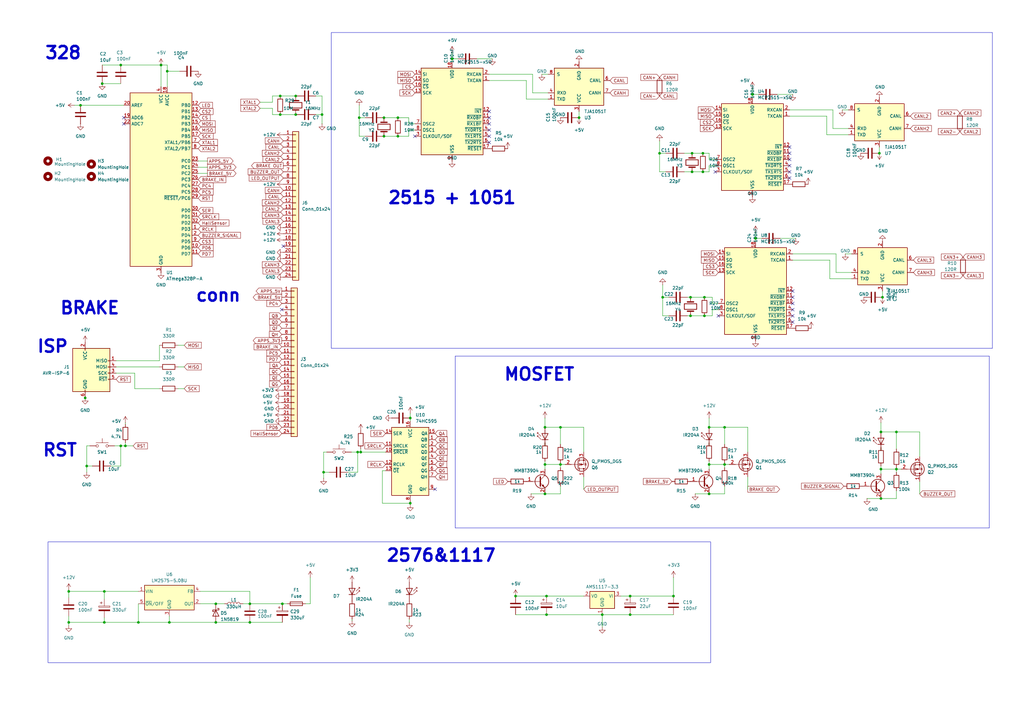
<source format=kicad_sch>
(kicad_sch (version 20250114) (generator "eeschema") (generator_version "9.0")
  (paper "A3")
  (title_block (title "RBR_VCU_V2_VAN"))
  (lib_symbols
    (symbol "74xx:74HC595"
      (property "Reference" "U" (at -7.62 13.97 0))
      (property "Value" "74HC595" (at -7.62 -16.51 0))
      (symbol "74HC595_1_0"
        (pin input line (at -10.16 10.16 0) (length 2.54) (name "SER") (number "14"))
        (pin input line (at -10.16 5.08 0) (length 2.54) (name "SRCLK") (number "11"))
        (pin input line (at -10.16 2.54 0) (length 2.54) (name "~{SRCLR}") (number "10"))
        (pin input line (at -10.16 -2.54 0) (length 2.54) (name "RCLK") (number "12"))
        (pin input line (at -10.16 -5.08 0) (length 2.54) (name "~{OE}") (number "13"))
        (pin power_in line (at 0 15.24 270) (length 2.54) (name "VCC") (number "16"))
        (pin power_in line (at 0 -17.78 90) (length 2.54) (name "GND") (number "8"))
        (pin tri_state line (at 10.16 10.16 180) (length 2.54) (name "QA") (number "15"))
        (pin tri_state line (at 10.16 7.62 180) (length 2.54) (name "QB") (number "1"))
        (pin tri_state line (at 10.16 5.08 180) (length 2.54) (name "QC") (number "2"))
        (pin tri_state line (at 10.16 2.54 180) (length 2.54) (name "QD") (number "3"))
        (pin tri_state line (at 10.16 0 180) (length 2.54) (name "QE") (number "4"))
        (pin tri_state line (at 10.16 -2.54 180) (length 2.54) (name "QF") (number "5"))
        (pin tri_state line (at 10.16 -5.08 180) (length 2.54) (name "QG") (number "6"))
        (pin tri_state line (at 10.16 -7.62 180) (length 2.54) (name "QH") (number "7"))
        (pin output line (at 10.16 -12.7 180) (length 2.54) (name "QH'") (number "9"))
      )
    )
    (symbol "Connector:AVR-ISP-6" (pin_names (offset 1.016))
      (property "Reference" "J" (at -6.35 11.43 0))
      (property "Value" "AVR-ISP-6" (at 0 11.43 0))
      (symbol "AVR-ISP-6_1_1"
        (pin passive line (at -2.54 12.7 270) (length 2.54) (name "VCC") (number "2"))
        (pin passive line (at -2.54 -10.16 90) (length 2.54) (name "GND") (number "6"))
        (pin passive line (at 10.16 5.08 180) (length 2.54) (name "MISO") (number "1"))
        (pin passive line (at 10.16 2.54 180) (length 2.54) (name "MOSI") (number "4"))
        (pin passive line (at 10.16 0 180) (length 2.54) (name "SCK") (number "3"))
        (pin passive line (at 10.16 -2.54 180) (length 2.54) (name "~{RST}") (number "5"))
      )
    )
    (symbol "Connector_Generic:Conn_01x24" (pin_names (offset 1.016) (hide yes))
      (property "Reference" "J" (at 0 30.48 0))
      (property "Value" "Conn_01x24" (at 0 -33.02 0))
      (symbol "Conn_01x24_1_1"
        (pin passive line (at -5.08 27.94 0) (length 3.81) (name "Pin_1") (number "1"))
        (pin passive line (at -5.08 25.4 0) (length 3.81) (name "Pin_2") (number "2"))
        (pin passive line (at -5.08 22.86 0) (length 3.81) (name "Pin_3") (number "3"))
        (pin passive line (at -5.08 20.32 0) (length 3.81) (name "Pin_4") (number "4"))
        (pin passive line (at -5.08 17.78 0) (length 3.81) (name "Pin_5") (number "5"))
        (pin passive line (at -5.08 15.24 0) (length 3.81) (name "Pin_6") (number "6"))
        (pin passive line (at -5.08 12.7 0) (length 3.81) (name "Pin_7") (number "7"))
        (pin passive line (at -5.08 10.16 0) (length 3.81) (name "Pin_8") (number "8"))
        (pin passive line (at -5.08 7.62 0) (length 3.81) (name "Pin_9") (number "9"))
        (pin passive line (at -5.08 5.08 0) (length 3.81) (name "Pin_10") (number "10"))
        (pin passive line (at -5.08 2.54 0) (length 3.81) (name "Pin_11") (number "11"))
        (pin passive line (at -5.08 0 0) (length 3.81) (name "Pin_12") (number "12"))
        (pin passive line (at -5.08 -2.54 0) (length 3.81) (name "Pin_13") (number "13"))
        (pin passive line (at -5.08 -5.08 0) (length 3.81) (name "Pin_14") (number "14"))
        (pin passive line (at -5.08 -7.62 0) (length 3.81) (name "Pin_15") (number "15"))
        (pin passive line (at -5.08 -10.16 0) (length 3.81) (name "Pin_16") (number "16"))
        (pin passive line (at -5.08 -12.7 0) (length 3.81) (name "Pin_17") (number "17"))
        (pin passive line (at -5.08 -15.24 0) (length 3.81) (name "Pin_18") (number "18"))
        (pin passive line (at -5.08 -17.78 0) (length 3.81) (name "Pin_19") (number "19"))
        (pin passive line (at -5.08 -20.32 0) (length 3.81) (name "Pin_20") (number "20"))
        (pin passive line (at -5.08 -22.86 0) (length 3.81) (name "Pin_21") (number "21"))
        (pin passive line (at -5.08 -25.4 0) (length 3.81) (name "Pin_22") (number "22"))
        (pin passive line (at -5.08 -27.94 0) (length 3.81) (name "Pin_23") (number "23"))
        (pin passive line (at -5.08 -30.48 0) (length 3.81) (name "Pin_24") (number "24"))
      )
    )
    (symbol "Device:C" (pin_numbers (hide yes)) (pin_names (offset 0.254))
      (property "Reference" "C" (at 0.635 2.54 0))
      (property "Value" "C" (at 0.635 -2.54 0))
      (symbol "C_1_1"
        (pin passive line (at 0 3.81 270) (length 2.794) (name "~") (number "1"))
        (pin passive line (at 0 -3.81 90) (length 2.794) (name "~") (number "2"))
      )
    )
    (symbol "Device:C_Polarized" (pin_numbers (hide yes)) (pin_names (offset 0.254))
      (property "Reference" "C" (at 0.635 2.54 0))
      (property "Value" "C_Polarized" (at 0.635 -2.54 0))
      (symbol "C_Polarized_1_1"
        (pin passive line (at 0 3.81 270) (length 2.794) (name "~") (number "1"))
        (pin passive line (at 0 -3.81 90) (length 2.794) (name "~") (number "2"))
      )
    )
    (symbol "Device:Crystal" (pin_numbers (hide yes)) (pin_names (offset 1.016) (hide yes))
      (property "Reference" "Y" (at 0 3.81 0))
      (property "Value" "Crystal" (at 0 -3.81 0))
      (symbol "Crystal_1_1"
        (pin passive line (at -3.81 0 0) (length 1.27) (name "1") (number "1"))
        (pin passive line (at 3.81 0 180) (length 1.27) (name "2") (number "2"))
      )
    )
    (symbol "Device:Fuse" (pin_numbers (hide yes)) (pin_names (offset 0))
      (property "Reference" "F" (at 2.032 0 90))
      (property "Value" "Fuse" (at -1.905 0 90))
      (symbol "Fuse_1_1"
        (pin passive line (at 0 3.81 270) (length 1.27) (name "~") (number "1"))
        (pin passive line (at 0 -3.81 90) (length 1.27) (name "~") (number "2"))
      )
    )
    (symbol "Device:L" (pin_numbers (hide yes)) (pin_names (offset 1.016) (hide yes))
      (property "Reference" "L" (at -1.27 0 90))
      (property "Value" "L" (at 1.905 0 90))
      (symbol "L_1_1"
        (pin passive line (at 0 3.81 270) (length 1.27) (name "1") (number "1"))
        (pin passive line (at 0 -3.81 90) (length 1.27) (name "2") (number "2"))
      )
    )
    (symbol "Device:R" (pin_numbers (hide yes)) (pin_names (offset 0))
      (property "Reference" "R" (at 2.032 0 90))
      (property "Value" "R" (at 0 0 90))
      (symbol "R_1_1"
        (pin passive line (at 0 3.81 270) (length 1.27) (name "~") (number "1"))
        (pin passive line (at 0 -3.81 90) (length 1.27) (name "~") (number "2"))
      )
    )
    (symbol "Diode:1N5819" (pin_numbers (hide yes)) (pin_names (offset 1.016) (hide yes))
      (property "Reference" "D" (at 0 2.54 0))
      (property "Value" "1N5819" (at 0 -2.54 0))
      (symbol "1N5819_1_1"
        (pin passive line (at -3.81 0 0) (length 2.54) (name "K") (number "1"))
        (pin passive line (at 3.81 0 180) (length 2.54) (name "A") (number "2"))
      )
    )
    (symbol "Interface_CAN_LIN:MCP2515-xSO"
      (property "Reference" "U" (at -10.16 19.685 0))
      (property "Value" "MCP2515-xSO" (at 19.05 20.32 0))
      (symbol "MCP2515-xSO_1_1"
        (pin input line (at -15.24 15.24 0) (length 2.54) (name "SI") (number "14"))
        (pin output line (at -15.24 12.7 0) (length 2.54) (name "SO") (number "15"))
        (pin input line (at -15.24 10.16 0) (length 2.54) (name "~{CS}") (number "16"))
        (pin input line (at -15.24 7.62 0) (length 2.54) (name "SCK") (number "13"))
        (pin output line (at -15.24 -5.08 0) (length 2.54) (name "OSC2") (number "7"))
        (pin input line (at -15.24 -7.62 0) (length 2.54) (name "OSC1") (number "8"))
        (pin output line (at -15.24 -10.16 0) (length 2.54) (name "CLKOUT/SOF") (number "3"))
        (pin power_in line (at 0 20.32 270) (length 2.54) (name "VDD") (number "18"))
        (pin power_in line (at 0 -20.32 90) (length 2.54) (name "VSS") (number "9"))
        (pin input line (at 15.24 15.24 180) (length 2.54) (name "RXCAN") (number "2"))
        (pin output line (at 15.24 12.7 180) (length 2.54) (name "TXCAN") (number "1"))
        (pin output line (at 15.24 0 180) (length 2.54) (name "~{INT}") (number "12"))
        (pin output line (at 15.24 -2.54 180) (length 2.54) (name "~{RX0BF}") (number "11"))
        (pin output line (at 15.24 -5.08 180) (length 2.54) (name "~{RX1BF}") (number "10"))
        (pin input line (at 15.24 -7.62 180) (length 2.54) (name "~{TX0RTS}") (number "4"))
        (pin input line (at 15.24 -10.16 180) (length 2.54) (name "~{TX1RTS}") (number "5"))
        (pin input line (at 15.24 -12.7 180) (length 2.54) (name "~{TX2RTS}") (number "6"))
        (pin input line (at 15.24 -15.24 180) (length 2.54) (name "~{RESET}") (number "17"))
      )
    )
    (symbol "Interface_CAN_LIN:TJA1051T" (pin_names (offset 1.016))
      (property "Reference" "U" (at -10.16 8.89 0))
      (property "Value" "TJA1051T" (at 1.27 8.89 0))
      (symbol "TJA1051T_1_1"
        (pin input line (at -12.7 5.08 0) (length 2.54) (name "TXD") (number "1"))
        (pin output line (at -12.7 2.54 0) (length 2.54) (name "RXD") (number "4"))
        (pin input line (at -12.7 -5.08 0) (length 2.54) (name "S") (number "8"))
        (pin no_connect line (at -10.16 -2.54 0) (length 2.54) (hide yes) (name "NC") (number "5"))
        (pin power_in line (at 0 10.16 270) (length 2.54) (name "VCC") (number "3"))
        (pin power_in line (at 0 -10.16 90) (length 2.54) (name "GND") (number "2"))
        (pin bidirectional line (at 12.7 2.54 180) (length 2.54) (name "CANH") (number "7"))
        (pin bidirectional line (at 12.7 -2.54 180) (length 2.54) (name "CANL") (number "6"))
      )
    )
    (symbol "LED:IR204A" (pin_numbers (hide yes)) (pin_names (offset 1.016) (hide yes))
      (property "Reference" "D" (at 0.508 1.778 0))
      (property "Value" "IR204A" (at -1.016 -2.794 0))
      (symbol "IR204A_1_1"
        (pin passive line (at -5.08 0 0) (length 2.54) (name "K") (number "1"))
        (pin passive line (at 2.54 0 180) (length 2.54) (name "A") (number "2"))
      )
    )
    (symbol "MCU_Microchip_ATmega:ATmega328P-A"
      (property "Reference" "U" (at -12.7 36.83 0))
      (property "Value" "ATmega328P-A" (at 2.54 -36.83 0))
      (symbol "ATmega328P-A_1_1"
        (pin passive line (at -15.24 30.48 0) (length 2.54) (name "AREF") (number "20"))
        (pin input line (at -15.24 25.4 0) (length 2.54) (name "ADC6") (number "19"))
        (pin input line (at -15.24 22.86 0) (length 2.54) (name "ADC7") (number "22"))
        (pin power_in line (at 0 38.1 270) (length 2.54) (name "VCC") (number "4"))
        (pin passive line (at 0 38.1 270) (length 2.54) (hide yes) (name "VCC") (number "6"))
        (pin passive line (at 0 -38.1 90) (length 2.54) (hide yes) (name "GND") (number "21"))
        (pin power_in line (at 0 -38.1 90) (length 2.54) (name "GND") (number "3"))
        (pin passive line (at 0 -38.1 90) (length 2.54) (hide yes) (name "GND") (number "5"))
        (pin power_in line (at 2.54 38.1 270) (length 2.54) (name "AVCC") (number "18"))
        (pin bidirectional line (at 15.24 30.48 180) (length 2.54) (name "PB0") (number "12"))
        (pin bidirectional line (at 15.24 27.94 180) (length 2.54) (name "PB1") (number "13"))
        (pin bidirectional line (at 15.24 25.4 180) (length 2.54) (name "PB2") (number "14"))
        (pin bidirectional line (at 15.24 22.86 180) (length 2.54) (name "PB3") (number "15"))
        (pin bidirectional line (at 15.24 20.32 180) (length 2.54) (name "PB4") (number "16"))
        (pin bidirectional line (at 15.24 17.78 180) (length 2.54) (name "PB5") (number "17"))
        (pin bidirectional line (at 15.24 15.24 180) (length 2.54) (name "XTAL1/PB6") (number "7"))
        (pin bidirectional line (at 15.24 12.7 180) (length 2.54) (name "XTAL2/PB7") (number "8"))
        (pin bidirectional line (at 15.24 7.62 180) (length 2.54) (name "PC0") (number "23"))
        (pin bidirectional line (at 15.24 5.08 180) (length 2.54) (name "PC1") (number "24"))
        (pin bidirectional line (at 15.24 2.54 180) (length 2.54) (name "PC2") (number "25"))
        (pin bidirectional line (at 15.24 0 180) (length 2.54) (name "PC3") (number "26"))
        (pin bidirectional line (at 15.24 -2.54 180) (length 2.54) (name "PC4") (number "27"))
        (pin bidirectional line (at 15.24 -5.08 180) (length 2.54) (name "PC5") (number "28"))
        (pin bidirectional line (at 15.24 -7.62 180) (length 2.54) (name "~{RESET}/PC6") (number "29"))
        (pin bidirectional line (at 15.24 -12.7 180) (length 2.54) (name "PD0") (number "30"))
        (pin bidirectional line (at 15.24 -15.24 180) (length 2.54) (name "PD1") (number "31"))
        (pin bidirectional line (at 15.24 -17.78 180) (length 2.54) (name "PD2") (number "32"))
        (pin bidirectional line (at 15.24 -20.32 180) (length 2.54) (name "PD3") (number "1"))
        (pin bidirectional line (at 15.24 -22.86 180) (length 2.54) (name "PD4") (number "2"))
        (pin bidirectional line (at 15.24 -25.4 180) (length 2.54) (name "PD5") (number "9"))
        (pin bidirectional line (at 15.24 -27.94 180) (length 2.54) (name "PD6") (number "10"))
        (pin bidirectional line (at 15.24 -30.48 180) (length 2.54) (name "PD7") (number "11"))
      )
    )
    (symbol "Mechanical:MountingHole" (pin_names (offset 1.016)) (exclude_from_sim yes) (in_bom no)
      (property "Reference" "H" (at 0 5.08 0))
      (property "Value" "MountingHole" (at 0 3.175 0))
    )
    (symbol "Regulator_Linear:AMS1117-3.3"
      (property "Reference" "U" (at -3.81 3.175 0))
      (property "Value" "AMS1117-3.3" (at 0 3.175 0))
      (symbol "AMS1117-3.3_1_1"
        (pin power_in line (at -7.62 0 0) (length 2.54) (name "VI") (number "3"))
        (pin power_in line (at 0 -7.62 90) (length 2.54) (name "GND") (number "1"))
        (pin power_out line (at 7.62 0 180) (length 2.54) (name "VO") (number "2"))
      )
    )
    (symbol "Regulator_Switching:LM2575-5.0BU" (pin_names (offset 0.254))
      (property "Reference" "U" (at -10.16 6.35 0))
      (property "Value" "LM2575-5.0BU" (at 0 6.35 0))
      (symbol "LM2575-5.0BU_1_1"
        (pin power_in line (at -12.7 2.54 0) (length 2.54) (name "VIN") (number "1"))
        (pin input line (at -12.7 -2.54 0) (length 2.54) (name "~{ON}/OFF") (number "5"))
        (pin power_in line (at 0 -7.62 90) (length 2.54) (name "GND") (number "3"))
        (pin input line (at 12.7 2.54 180) (length 2.54) (name "FB") (number "4"))
        (pin output line (at 12.7 -2.54 180) (length 2.54) (name "OUT") (number "2"))
      )
    )
    (symbol "Switch:SW_Push" (pin_numbers (hide yes)) (pin_names (offset 1.016) (hide yes))
      (property "Reference" "SW" (at 1.27 2.54 0))
      (property "Value" "SW_Push" (at 0 -1.524 0))
      (symbol "SW_Push_0_1"
        (pin passive line (at -5.08 0 0) (length 2.54) (name "1") (number "1"))
        (pin passive line (at 5.08 0 180) (length 2.54) (name "2") (number "2"))
      )
    )
    (symbol "Transistor_BJT:MMBT3904" (pin_names (offset 0) (hide yes))
      (property "Reference" "Q" (at 5.08 1.905 0))
      (property "Value" "MMBT3904" (at 5.08 0 0))
      (symbol "MMBT3904_1_1"
        (pin input line (at -5.08 0 0) (length 2.54) (name "B") (number "1"))
        (pin passive line (at 2.54 5.08 270) (length 2.54) (name "C") (number "3"))
        (pin passive line (at 2.54 -5.08 90) (length 2.54) (name "E") (number "2"))
      )
    )
    (symbol "Transistor_FET:Q_PMOS_DGS" (pin_names (offset 0) (hide yes))
      (property "Reference" "Q1" (at 0.635 3.8099 0))
      (property "Value" "Q_PMOS_DGS" (at 0.635 6.3499 0))
      (symbol "Q_PMOS_DGS_1_1"
        (pin input line (at -10.16 5.08 0) (length 2.54) (name "G") (number "2"))
        (pin passive line (at -2.54 10.16 270) (length 2.54) (name "S") (number "3"))
        (pin passive line (at -2.54 0 90) (length 2.54) (name "D") (number "1"))
      )
    )
    (symbol "power:+12V" (power) (pin_numbers (hide yes)) (pin_names (offset 0) (hide yes))
      (property "Value" "+12V" (at 0 3.556 0))
      (symbol "+12V_1_1"
        (pin power_in line (at 0 0 90) (length 0) (name "~") (number "1"))
      )
    )
    (symbol "power:+3V3" (power) (pin_numbers (hide yes)) (pin_names (offset 0) (hide yes))
      (property "Value" "+3V3" (at 0 3.556 0))
      (symbol "+3V3_1_1"
        (pin power_in line (at 0 0 90) (length 0) (name "~") (number "1"))
      )
    )
    (symbol "power:+5V" (power) (pin_numbers (hide yes)) (pin_names (offset 0) (hide yes))
      (property "Value" "+5V" (at 0 3.556 0))
      (symbol "+5V_1_1"
        (pin power_in line (at 0 0 90) (length 0) (name "~") (number "1"))
      )
    )
    (symbol "power:GND" (power) (pin_numbers (hide yes)) (pin_names (offset 0) (hide yes))
      (property "Value" "GND" (at 0 -3.81 0))
      (symbol "GND_1_1"
        (pin power_in line (at 0 0 270) (length 0) (name "~") (number "1"))
      )
    )
  )
  (rectangle (start 19.685 222.25) (end 291.465 271.78))
  (rectangle (start 186.69 146.05) (end 405.765 216.535))
  (rectangle (start 135.89 13.335) (end 407.035 142.875))
  (text "RST" (at 17.145 184.785 0) (effects (font (size 5 5) (thickness 1) (bold yes)) (justify left)))
  (text "conn" (at 89.535 121.285 0) (effects (font (size 5 5) (thickness 1) (bold yes))))
  (text "ISP" (at 21.59 142.24 0) (effects (font (size 5 5) (thickness 1) (bold yes))))
  (text "2576&1117" (at 180.975 227.965 0) (effects (font (size 5 5) (thickness 1) (bold yes))))
  (text "MOSFET\n" (at 206.375 153.67 0) (effects (font (size 5 5) (thickness 1) (bold yes)) (justify left)))
  (text "2515 + 1051" (at 185.42 81.28 0) (effects (font (size 5 5) (thickness 1) (bold yes))))
  (text "BRAKE" (at 36.83 126.492 0) (effects (font (size 5 5) (thickness 1) (bold yes))))
  (text "328" (at 25.908 21.844 0) (effects (font (size 5 5) (thickness 1) (bold yes))))
  (junction (at 224.155 244.475))
  (junction (at 290.83 175.26))
  (junction (at 168.275 171.45))
  (junction (at 34.925 163.195))
  (junction (at 132.08 46.99))
  (junction (at 56.769 255.27))
  (junction (at 168.275 206.375))
  (junction (at 223.52 202.565))
  (junction (at 33.02 43.18))
  (junction (at 28.194 242.57))
  (junction (at 42.799 255.27))
  (junction (at 361.315 204.47))
  (junction (at 102.489 247.65))
  (junction (at 271.78 121.92))
  (junction (at 223.52 190.5))
  (junction (at 309.88 97.79))
  (junction (at 211.455 244.475))
  (junction (at 132.715 193.675))
  (junction (at 114.935 39.37))
  (junction (at 102.489 255.27))
  (junction (at 270.51 62.865))
  (junction (at 367.665 177.165))
  (junction (at 360.68 62.865))
  (junction (at 247.015 252.095))
  (junction (at 147.32 48.26))
  (junction (at 114.935 46.99))
  (junction (at 147.955 185.42))
  (junction (at 115.824 247.65))
  (junction (at 308.61 38.735))
  (junction (at 361.315 177.165))
  (junction (at 297.18 175.26))
  (junction (at 35.56 191.135))
  (junction (at 288.29 70.485))
  (junction (at 288.29 62.865))
  (junction (at 49.53 26.67))
  (junction (at 51.435 182.88))
  (junction (at 41.91 34.29))
  (junction (at 88.519 255.27))
  (junction (at 367.665 192.405))
  (junction (at 68.58 29.21))
  (junction (at 290.83 190.5))
  (junction (at 223.52 175.26))
  (junction (at 157.48 48.26))
  (junction (at 163.195 48.26))
  (junction (at 290.83 202.565))
  (junction (at 224.155 252.095))
  (junction (at 146.685 185.42))
  (junction (at 258.445 244.475))
  (junction (at 361.95 121.92))
  (junction (at 283.21 121.92))
  (junction (at 283.845 70.485))
  (junction (at 88.519 247.65))
  (junction (at 276.225 244.475))
  (junction (at 185.42 24.13))
  (junction (at 163.195 55.88))
  (junction (at 66.04 26.67))
  (junction (at 283.21 129.54))
  (junction (at 69.469 255.27))
  (junction (at 288.925 121.92))
  (junction (at 121.285 46.99))
  (junction (at 157.48 55.88))
  (junction (at 297.18 190.5))
  (junction (at 361.315 192.405))
  (junction (at 229.87 175.26))
  (junction (at 28.194 255.27))
  (junction (at 42.799 242.57))
  (junction (at 258.445 252.095))
  (junction (at 49.53 182.88))
  (junction (at 288.925 129.54))
  (junction (at 283.845 62.865))
  (junction (at 121.285 39.37))
  (junction (at 237.49 48.26))
  (junction (at 229.87 190.5))
  (no_connect (at 200.66 48.26))
  (no_connect (at 116.205 100.965))
  (no_connect (at 325.12 132.08))
  (no_connect (at 294.64 129.54))
  (no_connect (at 325.12 129.54))
  (no_connect (at 323.85 60.325))
  (no_connect (at 293.37 70.485))
  (no_connect (at 323.85 70.485))
  (no_connect (at 170.18 55.88))
  (no_connect (at 325.12 119.38))
  (no_connect (at 200.66 55.88))
  (no_connect (at 200.66 50.8))
  (no_connect (at 200.66 58.42))
  (no_connect (at 325.12 124.46))
  (no_connect (at 50.8 50.8))
  (no_connect (at 50.8 48.26))
  (no_connect (at 323.85 62.865))
  (no_connect (at 178.435 200.66))
  (no_connect (at 200.66 45.72))
  (no_connect (at 323.85 67.945))
  (no_connect (at 200.66 53.34))
  (no_connect (at 325.12 121.92))
  (no_connect (at 323.85 65.405))
  (no_connect (at 325.12 127))
  (no_connect (at 323.85 73.025))
  (no_connect (at 115.57 127))
  (wire (pts (xy 223.52 181.61) (xy 223.52 182.88)))
  (wire (pts (xy 42.799 242.57) (xy 56.769 242.57)))
  (wire (pts (xy 237.49 48.26) (xy 237.49 45.72)))
  (wire (pts (xy 341.63 52.705) (xy 341.63 45.085)))
  (wire (pts (xy 167.894 254) (xy 167.894 255.27)))
  (wire (pts (xy 35.56 182.88) (xy 35.56 191.135)))
  (wire (pts (xy 224.155 244.475) (xy 239.395 244.475)))
  (wire (pts (xy 297.18 190.5) (xy 299.085 190.5)))
  (wire (pts (xy 271.78 129.54) (xy 274.32 129.54)))
  (wire (pts (xy 229.87 202.565) (xy 223.52 202.565)))
  (wire (pts (xy 217.805 202.565) (xy 223.52 202.565)))
  (wire (pts (xy 361.315 177.165) (xy 361.315 173.355)))
  (wire (pts (xy 132.715 193.675) (xy 135.001 193.675)))
  (wire (pts (xy 280.67 70.485) (xy 283.845 70.485)))
  (wire (pts (xy 283.21 129.54) (xy 288.925 129.54)))
  (wire (pts (xy 111.76 46.99) (xy 111.76 44.45)))
  (wire (pts (xy 283.21 121.92) (xy 288.925 121.92)))
  (wire (pts (xy 49.53 26.67) (xy 66.04 26.67)))
  (wire (pts (xy 147.32 55.88) (xy 147.32 48.26)))
  (wire (pts (xy 312.42 97.79) (xy 309.88 97.79)))
  (wire (pts (xy 28.194 255.27) (xy 42.799 255.27)))
  (wire (pts (xy 114.935 39.37) (xy 121.285 39.37)))
  (wire (pts (xy 254.635 244.475) (xy 258.445 244.475)))
  (wire (pts (xy 294.64 124.46) (xy 292.1 124.46)))
  (wire (pts (xy 211.455 252.095) (xy 224.155 252.095)))
  (wire (pts (xy 223.52 175.26) (xy 223.52 171.45)))
  (wire (pts (xy 367.665 204.47) (xy 361.315 204.47)))
  (wire (pts (xy 288.925 121.92) (xy 292.1 121.92)))
  (wire (pts (xy 41.91 26.67) (xy 49.53 26.67)))
  (wire (pts (xy 229.87 190.5) (xy 223.52 190.5)))
  (wire (pts (xy 239.395 185.42) (xy 239.395 175.26)))
  (wire (pts (xy 147.32 55.88) (xy 149.86 55.88)))
  (wire (pts (xy 114.935 46.99) (xy 121.285 46.99)))
  (wire (pts (xy 42.799 255.27) (xy 56.769 255.27)))
  (wire (pts (xy 276.225 236.855) (xy 276.225 244.475)))
  (wire (pts (xy 51.435 182.88) (xy 54.61 182.88)))
  (wire (pts (xy 111.76 46.99) (xy 114.935 46.99)))
  (wire (pts (xy 42.799 242.57) (xy 42.799 245.745)))
  (wire (pts (xy 65.405 147.955) (xy 47.625 147.955)))
  (wire (pts (xy 73.66 29.21) (xy 68.58 29.21)))
  (wire (pts (xy 132.08 39.37) (xy 132.08 46.99)))
  (wire (pts (xy 132.08 39.37) (xy 129.54 39.37)))
  (wire (pts (xy 283.845 62.865) (xy 288.29 62.865)))
  (wire (pts (xy 146.685 185.42) (xy 146.685 193.675)))
  (wire (pts (xy 168.275 171.45) (xy 168.275 172.72)))
  (wire (pts (xy 345.44 45.085) (xy 347.98 45.085)))
  (wire (pts (xy 273.05 62.865) (xy 270.51 62.865)))
  (wire (pts (xy 271.78 129.54) (xy 271.78 121.92)))
  (wire (pts (xy 28.194 242.57) (xy 28.194 245.11)))
  (wire (pts (xy 42.799 253.365) (xy 42.799 255.27)))
  (wire (pts (xy 270.51 70.485) (xy 270.51 62.865)))
  (wire (pts (xy 239.395 200.66) (xy 239.395 195.58)))
  (wire (pts (xy 367.665 193.675) (xy 367.665 192.405)))
  (wire (pts (xy 81.28 66.04) (xy 85.09 66.04)))
  (wire (pts (xy 66.04 26.67) (xy 68.58 26.67)))
  (wire (pts (xy 281.94 121.92) (xy 283.21 121.92)))
  (wire (pts (xy 170.18 53.34) (xy 167.64 53.34)))
  (wire (pts (xy 132.08 50.8) (xy 132.08 46.99)))
  (wire (pts (xy 293.37 67.945) (xy 290.83 67.945)))
  (wire (pts (xy 163.195 48.26) (xy 167.64 48.26)))
  (wire (pts (xy 215.9 33.02) (xy 200.66 33.02)))
  (wire (pts (xy 274.32 121.92) (xy 271.78 121.92)))
  (wire (pts (xy 355.6 204.47) (xy 361.315 204.47)))
  (wire (pts (xy 168.275 206.375) (xy 168.275 205.74)))
  (wire (pts (xy 342.9 111.76) (xy 342.9 104.14)))
  (wire (pts (xy 229.87 175.26) (xy 239.395 175.26)))
  (wire (pts (xy 297.18 190.5) (xy 290.83 190.5)))
  (wire (pts (xy 377.19 187.325) (xy 377.19 177.165)))
  (wire (pts (xy 115.824 247.65) (xy 117.729 247.65)))
  (wire (pts (xy 111.76 39.37) (xy 114.935 39.37)))
  (wire (pts (xy 147.32 43.18) (xy 147.32 48.26)))
  (wire (pts (xy 65.405 159.385) (xy 55.245 159.385)))
  (wire (pts (xy 297.18 175.26) (xy 306.705 175.26)))
  (wire (pts (xy 68.58 26.67) (xy 68.58 29.21)))
  (wire (pts (xy 297.18 199.39) (xy 297.18 202.565)))
  (wire (pts (xy 367.665 192.405) (xy 361.315 192.405)))
  (wire (pts (xy 292.1 127) (xy 292.1 129.54)))
  (wire (pts (xy 30.48 43.18) (xy 33.02 43.18)))
  (wire (pts (xy 28.194 252.73) (xy 28.194 255.27)))
  (wire (pts (xy 347.98 55.245) (xy 339.09 55.245)))
  (wire (pts (xy 147.955 185.42) (xy 158.115 185.42)))
  (wire (pts (xy 223.52 190.5) (xy 223.52 192.405)))
  (wire (pts (xy 347.98 52.705) (xy 341.63 52.705)))
  (wire (pts (xy 309.88 95.25) (xy 309.88 97.79)))
  (wire (pts (xy 81.28 68.58) (xy 85.09 68.58)))
  (wire (pts (xy 271.78 116.84) (xy 271.78 121.92)))
  (wire (pts (xy 280.67 62.865) (xy 283.845 62.865)))
  (wire (pts (xy 340.36 106.68) (xy 325.12 106.68)))
  (wire (pts (xy 144.145 185.42) (xy 146.685 185.42)))
  (wire (pts (xy 106.68 41.91) (xy 111.76 41.91)))
  (wire (pts (xy 187.96 24.13) (xy 185.42 24.13)))
  (wire (pts (xy 247.015 252.095) (xy 258.445 252.095)))
  (wire (pts (xy 149.86 48.26) (xy 147.32 48.26)))
  (wire (pts (xy 361.315 183.515) (xy 361.315 184.785)))
  (wire (pts (xy 28.194 256.54) (xy 28.194 255.27)))
  (wire (pts (xy 34.925 163.195) (xy 34.925 163.83)))
  (wire (pts (xy 318.77 38.735) (xy 325.12 38.735)))
  (wire (pts (xy 163.195 55.88) (xy 167.64 55.88)))
  (wire (pts (xy 309.88 97.79) (xy 309.88 99.06)))
  (wire (pts (xy 211.455 244.475) (xy 224.155 244.475)))
  (wire (pts (xy 270.51 70.485) (xy 273.05 70.485)))
  (wire (pts (xy 167.64 53.34) (xy 167.64 55.88)))
  (wire (pts (xy 306.705 185.42) (xy 306.705 175.26)))
  (wire (pts (xy 341.63 45.085) (xy 323.85 45.085)))
  (wire (pts (xy 69.469 255.27) (xy 69.469 252.73)))
  (wire (pts (xy 285.115 202.565) (xy 290.83 202.565)))
  (wire (pts (xy 367.665 201.295) (xy 367.665 204.47)))
  (wire (pts (xy 156.845 193.04) (xy 156.845 206.375)))
  (wire (pts (xy 308.61 38.735) (xy 308.61 40.005)))
  (wire (pts (xy 28.194 242.57) (xy 42.799 242.57)))
  (wire (pts (xy 215.9 40.64) (xy 215.9 33.02)))
  (wire (pts (xy 127.254 236.855) (xy 127.254 247.65)))
  (wire (pts (xy 185.42 21.59) (xy 185.42 24.13)))
  (wire (pts (xy 56.769 255.27) (xy 69.469 255.27)))
  (wire (pts (xy 297.18 191.77) (xy 297.18 190.5)))
  (wire (pts (xy 342.9 104.14) (xy 325.12 104.14)))
  (wire (pts (xy 283.845 70.485) (xy 288.29 70.485)))
  (wire (pts (xy 270.51 57.785) (xy 270.51 62.865)))
  (wire (pts (xy 349.25 111.76) (xy 342.9 111.76)))
  (wire (pts (xy 46.99 182.88) (xy 49.53 182.88)))
  (wire (pts (xy 156.845 193.04) (xy 158.115 193.04)))
  (wire (pts (xy 92.075 247.65) (xy 88.519 247.65)))
  (wire (pts (xy 75.565 141.605) (xy 73.025 141.605)))
  (wire (pts (xy 218.44 38.1) (xy 218.44 30.48)))
  (wire (pts (xy 195.58 24.13) (xy 201.93 24.13)))
  (wire (pts (xy 133.985 185.42) (xy 132.715 185.42)))
  (wire (pts (xy 361.315 192.405) (xy 361.315 194.31)))
  (wire (pts (xy 339.09 55.245) (xy 339.09 47.625)))
  (wire (pts (xy 157.48 55.88) (xy 163.195 55.88)))
  (wire (pts (xy 102.489 247.65) (xy 115.824 247.65)))
  (wire (pts (xy 288.29 62.865) (xy 290.83 62.865)))
  (wire (pts (xy 361.95 121.92) (xy 361.95 119.38)))
  (wire (pts (xy 377.19 202.565) (xy 377.19 197.485)))
  (wire (pts (xy 82.169 242.57) (xy 102.489 242.57)))
  (wire (pts (xy 229.87 189.865) (xy 229.87 190.5)))
  (wire (pts (xy 55.245 153.035) (xy 47.625 153.035)))
  (wire (pts (xy 297.18 189.865) (xy 297.18 190.5)))
  (wire (pts (xy 65.405 141.605) (xy 65.405 147.955)))
  (wire (pts (xy 33.02 43.18) (xy 50.8 43.18)))
  (wire (pts (xy 111.76 44.45) (xy 106.68 44.45)))
  (wire (pts (xy 290.83 175.26) (xy 290.83 171.45)))
  (wire (pts (xy 367.665 177.165) (xy 367.665 184.15)))
  (wire (pts (xy 292.1 124.46) (xy 292.1 121.92)))
  (wire (pts (xy 223.52 175.26) (xy 229.87 175.26)))
  (wire (pts (xy 49.53 182.88) (xy 49.53 191.135)))
  (wire (pts (xy 147.955 184.15) (xy 147.955 185.42)))
  (wire (pts (xy 340.36 114.3) (xy 340.36 106.68)))
  (wire (pts (xy 68.58 29.21) (xy 68.58 35.56)))
  (wire (pts (xy 129.54 46.99) (xy 132.08 46.99)))
  (wire (pts (xy 66.04 26.67) (xy 66.04 35.56)))
  (wire (pts (xy 75.565 159.385) (xy 73.025 159.385)))
  (wire (pts (xy 361.315 191.135) (xy 361.315 192.405)))
  (wire (pts (xy 281.94 129.54) (xy 283.21 129.54)))
  (wire (pts (xy 247.015 257.175) (xy 247.015 252.095)))
  (wire (pts (xy 288.925 129.54) (xy 292.1 129.54)))
  (wire (pts (xy 132.715 185.42) (xy 132.715 193.675)))
  (wire (pts (xy 297.18 175.26) (xy 297.18 182.245)))
  (wire (pts (xy 35.56 191.135) (xy 37.846 191.135)))
  (wire (pts (xy 346.71 104.14) (xy 349.25 104.14)))
  (wire (pts (xy 360.68 62.865) (xy 360.68 60.325)))
  (wire (pts (xy 144.399 254.635) (xy 144.399 254)))
  (wire (pts (xy 55.245 159.385) (xy 55.245 153.035)))
  (wire (pts (xy 339.09 47.625) (xy 323.85 47.625)))
  (wire (pts (xy 99.695 247.65) (xy 102.489 247.65)))
  (wire (pts (xy 290.83 189.23) (xy 290.83 190.5)))
  (wire (pts (xy 290.83 65.405) (xy 290.83 62.865)))
  (wire (pts (xy 229.87 190.5) (xy 231.775 190.5)))
  (wire (pts (xy 170.18 50.8) (xy 167.64 50.8)))
  (wire (pts (xy 218.44 30.48) (xy 200.66 30.48)))
  (wire (pts (xy 45.466 191.135) (xy 49.53 191.135)))
  (wire (pts (xy 82.169 247.65) (xy 88.519 247.65)))
  (wire (pts (xy 41.91 34.29) (xy 49.53 34.29)))
  (wire (pts (xy 102.489 255.27) (xy 115.824 255.27)))
  (wire (pts (xy 288.29 70.485) (xy 290.83 70.485)))
  (wire (pts (xy 167.64 50.8) (xy 167.64 48.26)))
  (wire (pts (xy 132.715 196.215) (xy 132.715 193.675)))
  (wire (pts (xy 258.445 244.475) (xy 276.225 244.475)))
  (wire (pts (xy 223.52 189.23) (xy 223.52 190.5)))
  (wire (pts (xy 56.769 247.65) (xy 56.769 255.27)))
  (wire (pts (xy 224.79 40.64) (xy 215.9 40.64)))
  (wire (pts (xy 81.28 71.12) (xy 85.09 71.12)))
  (wire (pts (xy 69.469 255.27) (xy 88.519 255.27)))
  (wire (pts (xy 229.87 191.77) (xy 229.87 190.5)))
  (wire (pts (xy 146.685 185.42) (xy 147.955 185.42)))
  (wire (pts (xy 258.445 252.095) (xy 276.225 252.095)))
  (wire (pts (xy 49.53 182.88) (xy 51.435 182.88)))
  (wire (pts (xy 121.92 46.99) (xy 121.285 46.99)))
  (wire (pts (xy 51.435 173.355) (xy 51.435 173.99)))
  (wire (pts (xy 306.705 200.66) (xy 306.705 195.58)))
  (wire (pts (xy 308.61 36.195) (xy 308.61 38.735)))
  (wire (pts (xy 361.315 177.165) (xy 367.665 177.165)))
  (wire (pts (xy 111.76 39.37) (xy 111.76 41.91)))
  (wire (pts (xy 185.42 24.13) (xy 185.42 25.4)))
  (wire (pts (xy 102.489 242.57) (xy 102.489 247.65)))
  (wire (pts (xy 349.25 114.3) (xy 340.36 114.3)))
  (wire (pts (xy 294.64 127) (xy 292.1 127)))
  (wire (pts (xy 35.56 193.675) (xy 35.56 191.135)))
  (wire (pts (xy 293.37 65.405) (xy 290.83 65.405)))
  (wire (pts (xy 224.79 38.1) (xy 218.44 38.1)))
  (wire (pts (xy 51.435 181.61) (xy 51.435 182.88)))
  (wire (pts (xy 367.665 191.77) (xy 367.665 192.405)))
  (wire (pts (xy 224.155 252.095) (xy 247.015 252.095)))
  (wire (pts (xy 290.83 67.945) (xy 290.83 70.485)))
  (wire (pts (xy 75.565 150.495) (xy 73.025 150.495)))
  (wire (pts (xy 222.25 30.48) (xy 224.79 30.48)))
  (wire (pts (xy 156.845 206.375) (xy 168.275 206.375)))
  (wire (pts (xy 157.48 48.26) (xy 163.195 48.26)))
  (wire (pts (xy 65.405 150.495) (xy 47.625 150.495)))
  (wire (pts (xy 88.519 255.27) (xy 102.489 255.27)))
  (wire (pts (xy 290.83 175.26) (xy 297.18 175.26)))
  (wire (pts (xy 28.194 241.935) (xy 28.194 242.57)))
  (wire (pts (xy 367.665 192.405) (xy 369.57 192.405)))
  (wire (pts (xy 311.15 38.735) (xy 308.61 38.735)))
  (wire (pts (xy 290.83 190.5) (xy 290.83 192.405)))
  (wire (pts (xy 367.665 177.165) (xy 377.19 177.165)))
  (wire (pts (xy 290.83 181.61) (xy 290.83 182.88)))
  (wire (pts (xy 168.275 169.545) (xy 168.275 171.45)))
  (wire (pts (xy 36.83 182.88) (xy 35.56 182.88)))
  (wire (pts (xy 229.87 199.39) (xy 229.87 202.565)))
  (wire (pts (xy 229.87 175.26) (xy 229.87 182.245)))
  (wire (pts (xy 121.92 39.37) (xy 121.285 39.37)))
  (wire (pts (xy 142.621 193.675) (xy 146.685 193.675)))
  (wire (pts (xy 127.254 247.65) (xy 125.349 247.65)))
  (wire (pts (xy 168.275 207.01) (xy 168.275 206.375)))
  (wire (pts (xy 320.04 97.79) (xy 326.39 97.79)))
  (wire (pts (xy 297.18 202.565) (xy 290.83 202.565)))
  (global_label "CANH" (shape input) (at 270.51 31.75 0) (property "Intersheetrefs" "${INTERSHEET_REFS}" (effects (hide yes))))
  (global_label "SCK" (shape input) (at 293.37 52.705 180) (property "Intersheetrefs" "${INTERSHEET_REFS}" (effects (hide yes))))
  (global_label "PC5" (shape input) (at 115.57 144.78 180) (property "Intersheetrefs" "${INTERSHEET_REFS}" (effects (hide yes))))
  (global_label "QE" (shape input) (at 178.435 187.96 0) (property "Intersheetrefs" "${INTERSHEET_REFS}" (effects (hide yes))))
  (global_label "BRAKE OUT" (shape output) (at 116.205 67.945 180) (property "Intersheetrefs" "${INTERSHEET_REFS}" (effects (hide yes))))
  (global_label "PD6" (shape input) (at 81.28 101.6 0) (property "Intersheetrefs" "${INTERSHEET_REFS}" (effects (hide yes))))
  (global_label "BRAKE_5V" (shape output) (at 85.09 71.12 0) (property "Intersheetrefs" "${INTERSHEET_REFS}" (effects (hide yes))))
  (global_label "PC5" (shape input) (at 81.28 78.74 0) (property "Intersheetrefs" "${INTERSHEET_REFS}" (effects (hide yes))))
  (global_label "CANL3" (shape input) (at 374.65 106.68 0) (property "Intersheetrefs" "${INTERSHEET_REFS}" (effects (hide yes))))
  (global_label "BUZZER_SIGNAL" (shape input) (at 346.075 199.39 180) (property "Intersheetrefs" "${INTERSHEET_REFS}" (effects (hide yes))))
  (global_label "PC4" (shape input) (at 115.57 124.46 180) (property "Intersheetrefs" "${INTERSHEET_REFS}" (effects (hide yes))))
  (global_label "RST" (shape input) (at 81.28 81.28 0) (property "Intersheetrefs" "${INTERSHEET_REFS}" (effects (hide yes))))
  (global_label "APPS_5V" (shape output) (at 115.57 119.38 180) (property "Intersheetrefs" "${INTERSHEET_REFS}" (effects (hide yes))))
  (global_label "QD" (shape input) (at 178.435 185.42 0) (property "Intersheetrefs" "${INTERSHEET_REFS}" (effects (hide yes))))
  (global_label "LED_OUTPUT" (shape input) (at 116.205 73.025 180) (property "Intersheetrefs" "${INTERSHEET_REFS}" (effects (hide yes))))
  (global_label "XTAL2" (shape input) (at 106.68 44.45 180) (property "Intersheetrefs" "${INTERSHEET_REFS}" (effects (hide yes))))
  (global_label "CAN2-" (shape input) (at 393.7 53.975 180) (property "Intersheetrefs" "${INTERSHEET_REFS}" (effects (hide yes))))
  (global_label "CS3" (shape input) (at 81.28 99.06 0) (property "Intersheetrefs" "${INTERSHEET_REFS}" (effects (hide yes))))
  (global_label "CS2" (shape input) (at 81.28 45.72 0) (property "Intersheetrefs" "${INTERSHEET_REFS}" (effects (hide yes))))
  (global_label "MISO" (shape input) (at 170.18 33.02 180) (property "Intersheetrefs" "${INTERSHEET_REFS}" (effects (hide yes))))
  (global_label "RCLK" (shape input) (at 158.115 190.5 180) (property "Intersheetrefs" "${INTERSHEET_REFS}" (effects (hide yes))))
  (global_label "BUZZER_SIGNAL" (shape input) (at 81.28 96.52 0) (property "Intersheetrefs" "${INTERSHEET_REFS}" (effects (hide yes))))
  (global_label "LED" (shape input) (at 208.28 197.485 180) (property "Intersheetrefs" "${INTERSHEET_REFS}" (effects (hide yes))))
  (global_label "SCK" (shape input) (at 81.28 55.88 0) (property "Intersheetrefs" "${INTERSHEET_REFS}" (effects (hide yes))))
  (global_label "CANL2" (shape input) (at 116.205 85.725 180) (property "Intersheetrefs" "${INTERSHEET_REFS}" (effects (hide yes))))
  (global_label "SRCLK" (shape input) (at 81.28 88.9 0) (property "Intersheetrefs" "${INTERSHEET_REFS}" (effects (hide yes))))
  (global_label "CS" (shape input) (at 81.28 48.26 0) (property "Intersheetrefs" "${INTERSHEET_REFS}" (effects (hide yes))))
  (global_label "QC" (shape input) (at 115.57 152.4 180) (property "Intersheetrefs" "${INTERSHEET_REFS}" (effects (hide yes))))
  (global_label "CANH" (shape input) (at 116.205 57.785 180) (property "Intersheetrefs" "${INTERSHEET_REFS}" (effects (hide yes))))
  (global_label "CANL" (shape input) (at 270.51 39.37 0) (property "Intersheetrefs" "${INTERSHEET_REFS}" (effects (hide yes))))
  (global_label "QD" (shape input) (at 115.57 132.08 180) (property "Intersheetrefs" "${INTERSHEET_REFS}" (effects (hide yes))))
  (global_label "BRAKE_IN" (shape input) (at 115.57 142.24 180) (property "Intersheetrefs" "${INTERSHEET_REFS}" (effects (hide yes))))
  (global_label "CANH3" (shape input) (at 374.65 111.76 0) (property "Intersheetrefs" "${INTERSHEET_REFS}" (effects (hide yes))))
  (global_label "CANL3" (shape input) (at 116.205 111.125 180) (property "Intersheetrefs" "${INTERSHEET_REFS}" (effects (hide yes))))
  (global_label "SCK" (shape input) (at 75.565 159.385 0) (property "Intersheetrefs" "${INTERSHEET_REFS}" (effects (hide yes))))
  (global_label "QF" (shape input) (at 178.435 190.5 0) (property "Intersheetrefs" "${INTERSHEET_REFS}" (effects (hide yes))))
  (global_label "CANL" (shape input) (at 116.205 60.325 180) (property "Intersheetrefs" "${INTERSHEET_REFS}" (effects (hide yes))))
  (global_label "HallSensor" (shape input) (at 115.57 177.8 180) (property "Intersheetrefs" "${INTERSHEET_REFS}" (effects (hide yes))))
  (global_label "MOSI" (shape input) (at 293.37 45.085 180) (property "Intersheetrefs" "${INTERSHEET_REFS}" (effects (hide yes))))
  (global_label "PD7" (shape input) (at 81.28 104.14 0) (property "Intersheetrefs" "${INTERSHEET_REFS}" (effects (hide yes))))
  (global_label "QB" (shape input) (at 115.57 129.54 180) (property "Intersheetrefs" "${INTERSHEET_REFS}" (effects (hide yes))))
  (global_label "APPS_3V3" (shape output) (at 115.57 139.7 180) (property "Intersheetrefs" "${INTERSHEET_REFS}" (effects (hide yes))))
  (global_label "RCLK" (shape input) (at 81.28 93.98 0) (property "Intersheetrefs" "${INTERSHEET_REFS}" (effects (hide yes))))
  (global_label "APPS_3V3" (shape output) (at 85.09 68.58 0) (property "Intersheetrefs" "${INTERSHEET_REFS}" (effects (hide yes))))
  (global_label "CANH3" (shape input) (at 116.205 88.265 180) (property "Intersheetrefs" "${INTERSHEET_REFS}" (effects (hide yes))))
  (global_label "CAN+" (shape input) (at 270.51 31.75 180) (property "Intersheetrefs" "${INTERSHEET_REFS}" (effects (hide yes))))
  (global_label "PD6" (shape input) (at 115.57 175.26 180) (property "Intersheetrefs" "${INTERSHEET_REFS}" (effects (hide yes))))
  (global_label "CANH2" (shape input) (at 393.7 46.355 0) (property "Intersheetrefs" "${INTERSHEET_REFS}" (effects (hide yes))))
  (global_label "BRAKE_5V" (shape output) (at 115.57 121.92 180) (property "Intersheetrefs" "${INTERSHEET_REFS}" (effects (hide yes))))
  (global_label "CS" (shape input) (at 170.18 35.56 180) (property "Intersheetrefs" "${INTERSHEET_REFS}" (effects (hide yes))))
  (global_label "QH" (shape input) (at 115.57 137.16 180) (property "Intersheetrefs" "${INTERSHEET_REFS}" (effects (hide yes))))
  (global_label "LED" (shape input) (at 81.28 43.18 0) (property "Intersheetrefs" "${INTERSHEET_REFS}" (effects (hide yes))))
  (global_label "MISO" (shape input) (at 293.37 47.625 180) (property "Intersheetrefs" "${INTERSHEET_REFS}" (effects (hide yes))))
  (global_label "CAN3+" (shape input) (at 394.97 105.41 180) (property "Intersheetrefs" "${INTERSHEET_REFS}" (effects (hide yes))))
  (global_label "XTAL1" (shape input) (at 81.28 58.42 0) (property "Intersheetrefs" "${INTERSHEET_REFS}" (effects (hide yes))))
  (global_label "APPS_5V" (shape output) (at 85.09 66.04 0) (property "Intersheetrefs" "${INTERSHEET_REFS}" (effects (hide yes))))
  (global_label "CANH3" (shape input) (at 394.97 105.41 0) (property "Intersheetrefs" "${INTERSHEET_REFS}" (effects (hide yes))))
  (global_label "CANL3" (shape input) (at 394.97 113.03 0) (property "Intersheetrefs" "${INTERSHEET_REFS}" (effects (hide yes))))
  (global_label "SRCLK" (shape input) (at 158.115 182.88 180) (property "Intersheetrefs" "${INTERSHEET_REFS}" (effects (hide yes))))
  (global_label "CAN2+" (shape input) (at 393.7 46.355 180) (property "Intersheetrefs" "${INTERSHEET_REFS}" (effects (hide yes))))
  (global_label "XTAL1" (shape input) (at 106.68 41.91 180) (property "Intersheetrefs" "${INTERSHEET_REFS}" (effects (hide yes))))
  (global_label "MISO" (shape input) (at 75.565 150.495 0) (property "Intersheetrefs" "${INTERSHEET_REFS}" (effects (hide yes))))
  (global_label "CANL" (shape input) (at 116.205 80.645 180) (property "Intersheetrefs" "${INTERSHEET_REFS}" (effects (hide yes))))
  (global_label "CANH2" (shape input) (at 116.205 62.865 180) (property "Intersheetrefs" "${INTERSHEET_REFS}" (effects (hide yes))))
  (global_label "CAN-" (shape input) (at 270.51 39.37 180) (property "Intersheetrefs" "${INTERSHEET_REFS}" (effects (hide yes))))
  (global_label "BRAKE_5V" (shape input) (at 275.59 197.485 180) (property "Intersheetrefs" "${INTERSHEET_REFS}" (effects (hide yes))))
  (global_label "QC" (shape input) (at 178.435 182.88 0) (property "Intersheetrefs" "${INTERSHEET_REFS}" (effects (hide yes))))
  (global_label "MISO" (shape input) (at 294.64 106.68 180) (property "Intersheetrefs" "${INTERSHEET_REFS}" (effects (hide yes))))
  (global_label "RST" (shape input) (at 47.625 155.575 0) (property "Intersheetrefs" "${INTERSHEET_REFS}" (effects (hide yes))))
  (global_label "QB" (shape input) (at 178.435 180.34 0) (property "Intersheetrefs" "${INTERSHEET_REFS}" (effects (hide yes))))
  (global_label "BRAKE_IN" (shape input) (at 81.28 73.66 0) (property "Intersheetrefs" "${INTERSHEET_REFS}" (effects (hide yes))))
  (global_label "QG" (shape input) (at 115.57 157.48 180) (property "Intersheetrefs" "${INTERSHEET_REFS}" (effects (hide yes))))
  (global_label "CANL2" (shape input) (at 116.205 65.405 180) (property "Intersheetrefs" "${INTERSHEET_REFS}" (effects (hide yes))))
  (global_label "LED_OUTPUT" (shape input) (at 239.395 200.66 0) (property "Intersheetrefs" "${INTERSHEET_REFS}" (effects (hide yes))))
  (global_label "BUZZER_OUT" (shape input) (at 116.205 70.485 180) (property "Intersheetrefs" "${INTERSHEET_REFS}" (effects (hide yes))))
  (global_label "XTAL2" (shape input) (at 81.28 60.96 0) (property "Intersheetrefs" "${INTERSHEET_REFS}" (effects (hide yes))))
  (global_label "BRAKE OUT" (shape output) (at 306.705 200.66 0) (property "Intersheetrefs" "${INTERSHEET_REFS}" (effects (hide yes))))
  (global_label "SER" (shape input) (at 158.115 177.8 180) (property "Intersheetrefs" "${INTERSHEET_REFS}" (effects (hide yes))))
  (global_label "MISO" (shape input) (at 81.28 53.34 0) (property "Intersheetrefs" "${INTERSHEET_REFS}" (effects (hide yes))))
  (global_label "CAN3-" (shape input) (at 394.97 113.03 180) (property "Intersheetrefs" "${INTERSHEET_REFS}" (effects (hide yes))))
  (global_label "MOSI" (shape input) (at 75.565 141.605 0) (property "Intersheetrefs" "${INTERSHEET_REFS}" (effects (hide yes))))
  (global_label "SER" (shape input) (at 81.28 86.36 0) (property "Intersheetrefs" "${INTERSHEET_REFS}" (effects (hide yes))))
  (global_label "QH" (shape input) (at 178.435 195.58 0) (property "Intersheetrefs" "${INTERSHEET_REFS}" (effects (hide yes))))
  (global_label "CS3" (shape input) (at 294.64 109.22 180) (property "Intersheetrefs" "${INTERSHEET_REFS}" (effects (hide yes))))
  (global_label "RST" (shape input) (at 54.61 182.88 0) (property "Intersheetrefs" "${INTERSHEET_REFS}" (effects (hide yes))))
  (global_label "CANL" (shape input) (at 250.19 33.02 0) (property "Intersheetrefs" "${INTERSHEET_REFS}" (effects (hide yes))))
  (global_label "BUZZER_OUT" (shape input) (at 377.19 202.565 0) (property "Intersheetrefs" "${INTERSHEET_REFS}" (effects (hide yes))))
  (global_label "SCK" (shape input) (at 294.64 111.76 180) (property "Intersheetrefs" "${INTERSHEET_REFS}" (effects (hide yes))))
  (global_label "MOSI" (shape input) (at 294.64 104.14 180) (property "Intersheetrefs" "${INTERSHEET_REFS}" (effects (hide yes))))
  (global_label "SCK" (shape input) (at 170.18 38.1 180) (property "Intersheetrefs" "${INTERSHEET_REFS}" (effects (hide yes))))
  (global_label "CANH" (shape input) (at 250.19 38.1 0) (property "Intersheetrefs" "${INTERSHEET_REFS}" (effects (hide yes))))
  (global_label "CANH" (shape input) (at 116.205 78.105 180) (property "Intersheetrefs" "${INTERSHEET_REFS}" (effects (hide yes))))
  (global_label "MOSI" (shape input) (at 170.18 30.48 180) (property "Intersheetrefs" "${INTERSHEET_REFS}" (effects (hide yes))))
  (global_label "CANH2" (shape input) (at 116.205 83.185 180) (property "Intersheetrefs" "${INTERSHEET_REFS}" (effects (hide yes))))
  (global_label "MOSI" (shape input) (at 81.28 50.8 0) (property "Intersheetrefs" "${INTERSHEET_REFS}" (effects (hide yes))))
  (global_label "HallSensor" (shape input) (at 81.28 91.44 0) (property "Intersheetrefs" "${INTERSHEET_REFS}" (effects (hide yes))))
  (global_label "CANH3" (shape input) (at 116.205 108.585 180) (property "Intersheetrefs" "${INTERSHEET_REFS}" (effects (hide yes))))
  (global_label "QA" (shape input) (at 178.435 177.8 0) (property "Intersheetrefs" "${INTERSHEET_REFS}" (effects (hide yes))))
  (global_label "QF" (shape input) (at 115.57 134.62 180) (property "Intersheetrefs" "${INTERSHEET_REFS}" (effects (hide yes))))
  (global_label "CS2" (shape input) (at 293.37 50.165 180) (property "Intersheetrefs" "${INTERSHEET_REFS}" (effects (hide yes))))
  (global_label "CANH2" (shape input) (at 373.38 52.705 0) (property "Intersheetrefs" "${INTERSHEET_REFS}" (effects (hide yes))))
  (global_label "CANL3" (shape input) (at 116.205 90.805 180) (property "Intersheetrefs" "${INTERSHEET_REFS}" (effects (hide yes))))
  (global_label "QA" (shape input) (at 115.57 149.86 180) (property "Intersheetrefs" "${INTERSHEET_REFS}" (effects (hide yes))))
  (global_label "CANL2" (shape input) (at 393.7 53.975 0) (property "Intersheetrefs" "${INTERSHEET_REFS}" (effects (hide yes))))
  (global_label "PD7" (shape input) (at 115.57 147.32 180) (property "Intersheetrefs" "${INTERSHEET_REFS}" (effects (hide yes))))
  (global_label "QE" (shape input) (at 115.57 154.94 180) (property "Intersheetrefs" "${INTERSHEET_REFS}" (effects (hide yes))))
  (global_label "QG" (shape input) (at 178.435 193.04 0) (property "Intersheetrefs" "${INTERSHEET_REFS}" (effects (hide yes))))
  (global_label "PC4" (shape input) (at 81.28 76.2 0) (property "Intersheetrefs" "${INTERSHEET_REFS}" (effects (hide yes))))
  (global_label "CANL2" (shape input) (at 373.38 47.625 0) (property "Intersheetrefs" "${INTERSHEET_REFS}" (effects (hide yes))))
  (symbol (lib_id "power:+12V") (at 116.205 55.245 90) (unit 1)
    (property "Reference" "#PWR016" (effects (hide yes)))
    (property "Value" "+12V" (at 113.03 55.2449 90) (effects (justify left)))
    (property "Description" "Power symbol creates a global label with name \"+12V\"" (effects (hide yes)))
  )
  (symbol (lib_id "Device:C") (at 49.53 30.48 180) (unit 1)
    (property "Reference" "C3" (at 47.752 21.59 0) (effects (justify right)))
    (property "Value" "100nF" (at 47.752 24.13 0) (effects (justify right)))
    (property "Footprint" "RMC_Capacitor:C_0805_2012Metric_Pad1.18x1.45mm_HandSolder_L" (effects (hide yes)))
    (property "Description" "Unpolarized capacitor" (effects (hide yes)))
  )
  (symbol (lib_id "power:+12V") (at 28.194 241.935 0) (unit 1)
    (property "Reference" "#PWR038" (effects (hide yes)))
    (property "Value" "+12V" (at 28.194 236.855 0))
  )
  (symbol (lib_id "power:+5V") (at 115.57 165.1 90) (unit 1)
    (property "Reference" "#PWR078" (effects (hide yes)))
    (property "Value" "+5V" (at 111.76 165.0999 90) (effects (justify left)))
    (property "Description" "Power symbol creates a global label with name \"+5V\"" (effects (hide yes)))
  )
  (symbol (lib_id "Device:C") (at 125.73 39.37 270) (mirror x) (unit 1)
    (property "Reference" "C6" (at 129.54 38.1 90))
    (property "Value" "22pF" (at 125.73 35.56 90))
    (property "Footprint" "RMC_Capacitor:C_0805_2012Metric_Pad1.18x1.45mm_HandSolder_L" (effects (hide yes)))
  )
  (symbol (lib_id "power:+3V3") (at 144.399 238.76 0) (unit 1)
    (property "Reference" "#PWR063" (effects (hide yes)))
    (property "Value" "+3V3" (at 144.399 233.68 0))
    (property "Description" "Power symbol creates a global label with name \"+3V3\"" (effects (hide yes)))
  )
  (symbol (lib_id "Device:Crystal") (at 157.48 52.07 270) (unit 1)
    (property "Reference" "Y2" (at 153.67 53.3401 90) (effects (justify right)))
    (property "Value" "16MHz" (at 153.67 50.8001 90) (effects (justify right)))
    (property "Footprint" "RMC_Crystal:Crystal_HC49-U_Vertical_W_SMD" (effects (hide yes)))
    (property "Description" "Two pin crystal" (effects (hide yes)))
  )
  (symbol (lib_id "Device:R") (at 270.51 35.56 180) (unit 1)
    (property "Reference" "R6" (at 273.05 34.2899 0) (effects (justify right)))
    (property "Value" "120R" (at 273.05 36.8299 0) (effects (justify right)))
    (property "Footprint" "RMC_Resistor:R_0805_2012Metric_Pad1.20x1.40mm_HandSolder_L" (effects (hide yes)))
    (property "Description" "Resistor" (effects (hide yes)))
  )
  (symbol (lib_id "power:+3V3") (at 115.57 160.02 90) (unit 1)
    (property "Reference" "#PWR020" (effects (hide yes)))
    (property "Value" "+3V3" (at 112.395 160.0199 90) (effects (justify left)))
    (property "Description" "Power symbol creates a global label with name \"+3V3\"" (effects (hide yes)))
  )
  (symbol (lib_id "Device:L") (at 95.885 247.65 90) (unit 1)
    (property "Reference" "L1" (at 95.8847 246.0031 90))
    (property "Value" "330uH" (at 95.8847 248.7971 90))
    (property "Footprint" "Inductor_SMD:L_10.4x10.4_H4.8" (effects (hide yes)))
  )
  (symbol (lib_id "power:+5V") (at 147.955 176.53 0) (unit 1)
    (property "Reference" "#PWR059" (effects (hide yes)))
    (property "Value" "+5V" (at 149.86 175.2599 0) (effects (justify left)))
  )
  (symbol (lib_id "Mechanical:MountingHole") (at 19.685 66.04 0) (unit 1) (exclude_from_sim yes) (in_bom no)
    (property "Reference" "H1" (at 22.86 65.405 0) (effects (justify left)))
    (property "Value" "MountingHole" (at 22.225 67.3099 0) (effects (justify left)))
    (property "Footprint" "MountingHole:MountingHole_3.2mm_M3" (effects (hide yes)))
    (property "Description" "Mounting Hole without connection" (effects (hide yes)))
  )
  (symbol (lib_id "Device:R") (at 51.435 177.8 180) (unit 1)
    (property "Reference" "R4" (at 48.895 176.53 0))
    (property "Value" "4.7k" (at 47.625 179.07 0))
    (property "Footprint" "RMC_Resistor:R_0805_2012Metric_Pad1.20x1.40mm_HandSolder_L" (effects (hide yes)))
  )
  (symbol (lib_id "power:GND") (at 33.02 50.8 0) (unit 1)
    (property "Reference" "#PWR02" (effects (hide yes)))
    (property "Value" "GND" (at 33.02 55.88 0))
    (property "Description" "Power symbol creates a global label with name \"GND\" , ground" (effects (hide yes)))
  )
  (symbol (lib_id "Transistor_BJT:MMBT3904") (at 288.29 197.485 0) (unit 1)
    (property "Reference" "Q4" (at 293.37 196.2149 0) (effects (justify left)))
    (property "Value" "MMBT3904" (at 278.13 193.04 0) (effects (justify left)))
    (property "Footprint" "Package_TO_SOT_SMD:SOT-23" (effects (hide yes)))
    (property "Datasheet" "https://www.onsemi.com/pdf/datasheet/pzt3904-d.pdf" (effects (hide yes)))
    (property "Description" "0.2A Ic, 40V Vce, Small Signal NPN Transistor, SOT-23" (effects (hide yes)))
  )
  (symbol (lib_id "power:GND") (at 247.015 257.175 0) (unit 1)
    (property "Reference" "#PWR034" (effects (hide yes)))
    (property "Value" "GND" (at 247.015 255.905 0))
  )
  (symbol (lib_id "power:+5V") (at 66.04 26.67 0) (unit 1)
    (property "Reference" "#PWR07" (effects (hide yes)))
    (property "Value" "+5V" (at 66.04 21.59 0))
    (property "Description" "Power symbol creates a global label with name \"+5V\"" (effects (hide yes)))
  )
  (symbol (lib_id "power:+5V") (at 308.61 36.195 0) (unit 1)
    (property "Reference" "#PWR033" (effects (hide yes)))
    (property "Value" "+5V" (at 305.435 33.02 0))
  )
  (symbol (lib_id "Device:R") (at 163.195 52.07 180) (unit 1)
    (property "Reference" "R28" (at 165.735 50.7999 0) (effects (justify right)))
    (property "Value" "10M" (at 165.735 53.3399 0) (effects (justify right)))
    (property "Footprint" "RMC_Resistor:R_0805_2012Metric_Pad1.20x1.40mm_HandSolder_L" (effects (hide yes)))
    (property "Description" "Resistor" (effects (hide yes)))
  )
  (symbol (lib_id "Device:C") (at 41.91 30.48 180) (unit 1)
    (property "Reference" "C2" (at 40.894 22.098 0) (effects (justify right)))
    (property "Value" "10uF" (at 40.894 24.638 0) (effects (justify right)))
    (property "Footprint" "RMC_Capacitor:C_0805_2012Metric_Pad1.18x1.45mm_HandSolder_L" (effects (hide yes)))
    (property "Description" "Unpolarized capacitor" (effects (hide yes)))
  )
  (symbol (lib_id "power:GND") (at 237.49 25.4 180) (unit 1)
    (property "Reference" "#PWR031" (effects (hide yes)))
    (property "Value" "GND" (at 237.744 21.082 0))
  )
  (symbol (lib_id "Device:C") (at 233.68 48.26 270) (unit 1)
    (property "Reference" "C15" (at 224.79 50.038 0) (effects (justify right)))
    (property "Value" "100nF" (at 227.33 50.038 0) (effects (justify right)))
    (property "Footprint" "RMC_Capacitor:C_0805_2012Metric_Pad1.18x1.45mm_HandSolder_L" (effects (hide yes)))
    (property "Description" "Unpolarized capacitor" (effects (hide yes)))
  )
  (symbol (lib_id "Device:R") (at 328.93 134.62 90) (unit 1)
    (property "Reference" "R9" (at 328.93 128.27 90))
    (property "Value" "10k" (at 328.93 130.81 90))
    (property "Footprint" "RMC_Resistor:R_0805_2012Metric_Pad1.20x1.40mm_HandSolder_L" (effects (hide yes)))
    (property "Description" "Resistor" (effects (hide yes)))
  )
  (symbol (lib_id "Device:R") (at 144.399 250.19 0) (unit 1)
    (property "Reference" "R24" (at 149.479 252.095 0) (effects (justify right)))
    (property "Value" "1k" (at 148.209 250.19 0) (effects (justify right)))
    (property "Footprint" "RMC_Resistor:R_0805_2012Metric_Pad1.20x1.40mm_HandSolder_L" (effects (hide yes)))
    (property "Description" "Resistor" (effects (hide yes)))
  )
  (symbol (lib_id "Connector:AVR-ISP-6") (at 37.465 153.035 0) (unit 1)
    (property "Reference" "J1" (at 28.575 150.4949 0) (effects (justify right)))
    (property "Value" "AVR-ISP-6" (at 28.575 153.0349 0) (effects (justify right)))
    (property "Footprint" "to be sorted:PinHeader_2x03_P2.54mm_Vertical" (effects (hide yes)))
    (property "Description" "Atmel 6-pin ISP connector" (effects (hide yes)))
  )
  (symbol (lib_id "Device:C_Polarized") (at 224.155 248.285 0) (unit 1)
    (property "Reference" "C14" (at 227.965 246.1259 0) (effects (justify left)))
    (property "Value" "10uF" (at 227.965 248.6659 0) (effects (justify left)))
    (property "Footprint" "RMC_Capacitor:C_0805_2012Metric_Pad1.18x1.45mm_HandSolder_L" (effects (hide yes)))
    (property "Description" "Polarized capacitor" (effects (hide yes)))
  )
  (symbol (lib_id "power:GND") (at 325.12 38.735 0) (unit 1)
    (property "Reference" "#PWR053" (effects (hide yes)))
    (property "Value" "GND" (at 325.12 37.465 0))
  )
  (symbol (lib_id "power:GND") (at 35.56 193.675 0) (unit 1)
    (property "Reference" "#PWR010" (effects (hide yes)))
    (property "Value" "GND" (at 35.56 198.755 0))
  )
  (symbol (lib_id "Device:R") (at 367.665 187.96 180) (unit 1)
    (property "Reference" "R12" (at 372.745 186.69 0) (effects (justify left)))
    (property "Value" "1k" (at 368.935 189.23 0) (effects (justify right)))
    (property "Footprint" "RMC_Resistor:R_0805_2012Metric_Pad1.20x1.40mm_HandSolder_L" (effects (hide yes)))
    (property "Description" "Resistor" (effects (hide yes)))
  )
  (symbol (lib_id "Transistor_BJT:MMBT3904") (at 358.775 199.39 0) (unit 1)
    (property "Reference" "Q3" (at 363.855 198.1199 0) (effects (justify left)))
    (property "Value" "MMBT3904" (at 348.615 194.945 0) (effects (justify left)))
    (property "Footprint" "Package_TO_SOT_SMD:SOT-23" (effects (hide yes)))
    (property "Datasheet" "https://www.onsemi.com/pdf/datasheet/pzt3904-d.pdf" (effects (hide yes)))
    (property "Description" "0.2A Ic, 40V Vce, Small Signal NPN Transistor, SOT-23" (effects (hide yes)))
  )
  (symbol (lib_id "LED:IR204A") (at 223.52 177.8 90) (unit 1)
    (property "Reference" "D4" (at 216.535 175.895 90) (effects (justify right)))
    (property "Value" "IR204A" (at 212.725 178.435 90) (effects (justify right)))
    (property "Footprint" "LED_SMD:LED_1206_3216Metric_Pad1.42x1.75mm_HandSolder" (effects (hide yes)))
    (property "Datasheet" "http://www.everlight.com/file/ProductFile/IR204-A.pdf" (effects (hide yes)))
    (property "Description" "Infrared LED , 3mm LED package" (effects (hide yes)))
  )
  (symbol (lib_id "power:GND") (at 353.06 62.865 0) (unit 1)
    (property "Reference" "#PWR067" (effects (hide yes)))
    (property "Value" "GND" (at 353.06 61.595 0))
  )
  (symbol (lib_id "Interface_CAN_LIN:TJA1051T") (at 237.49 35.56 0) (mirror x) (unit 1)
    (property "Reference" "U3" (at 239.6333 48.26 0) (effects (justify left)))
    (property "Value" "TJA1051T" (at 239.6333 45.72 0) (effects (justify left)))
    (property "Footprint" "Package_SO:SOIC-8_3.9x4.9mm_P1.27mm" (effects (hide yes)))
    (property "Datasheet" "http://www.nxp.com/docs/en/data-sheet/TJA1051.pdf" (effects (hide yes)))
    (property "Description" "High-Speed CAN Transceiver, silent mode, SOIC-8" (effects (hide yes)))
  )
  (symbol (lib_id "power:GND") (at 144.399 254.635 0) (unit 1)
    (property "Reference" "#PWR064" (effects (hide yes)))
    (property "Value" "GND" (at 144.399 259.715 0))
  )
  (symbol (lib_id "Device:R") (at 297.18 195.58 0) (mirror x) (unit 1)
    (property "Reference" "R18" (at 302.26 196.215 0) (effects (justify right)))
    (property "Value" "100k" (at 300.99 198.12 0) (effects (justify right)))
    (property "Footprint" "RMC_Resistor:R_0805_2012Metric_Pad1.20x1.40mm_HandSolder_L" (effects (hide yes)))
    (property "Description" "Resistor" (effects (hide yes)))
  )
  (symbol (lib_id "power:GND") (at 346.71 104.14 0) (unit 1)
    (property "Reference" "#PWR072" (effects (hide yes)))
    (property "Value" "GND" (at 346.71 102.87 0))
  )
  (symbol (lib_id "Device:C") (at 314.96 38.735 270) (unit 1)
    (property "Reference" "C16" (at 306.07 40.513 0) (effects (justify right)))
    (property "Value" "100nF" (at 308.61 40.513 0) (effects (justify right)))
    (property "Footprint" "RMC_Capacitor:C_0805_2012Metric_Pad1.18x1.45mm_HandSolder_L" (effects (hide yes)))
    (property "Description" "Unpolarized capacitor" (effects (hide yes)))
  )
  (symbol (lib_id "Device:C") (at 153.67 55.88 90) (mirror x) (unit 1)
    (property "Reference" "C9" (at 149.86 57.15 90))
    (property "Value" "22pF" (at 153.67 59.69 90))
    (property "Footprint" "RMC_Capacitor:C_0805_2012Metric_Pad1.18x1.45mm_HandSolder_L" (effects (hide yes)))
  )
  (symbol (lib_id "Device:Crystal") (at 121.285 43.18 90) (unit 1)
    (property "Reference" "Y1" (at 125.095 41.9099 90) (effects (justify right)))
    (property "Value" "16MHz" (at 125.095 44.4499 90) (effects (justify right)))
    (property "Footprint" "RMC_Crystal:Crystal_HC49-U_Vertical_W_SMD" (effects (hide yes)))
    (property "Description" "Two pin crystal" (effects (hide yes)))
  )
  (symbol (lib_id "power:GND") (at 168.275 207.01 0) (unit 1)
    (property "Reference" "#PWR057" (effects (hide yes)))
    (property "Value" "GND" (at 168.275 212.09 0))
    (property "Description" "Power symbol creates a global label with name \"GND\" , ground" (effects (hide yes)))
  )
  (symbol (lib_id "power:+5V") (at 223.52 171.45 0) (unit 1)
    (property "Reference" "#PWR054" (effects (hide yes)))
    (property "Value" "+12V" (at 223.52 166.37 0))
  )
  (symbol (lib_id "power:GND") (at 132.715 196.215 0) (unit 1)
    (property "Reference" "#PWR014" (effects (hide yes)))
    (property "Value" "GND" (at 132.715 201.295 0))
  )
  (symbol (lib_id "power:+5V") (at 208.28 60.96 0) (unit 1)
    (property "Reference" "#PWR026" (effects (hide yes)))
    (property "Value" "+5V" (at 208.28 55.88 0))
  )
  (symbol (lib_id "Device:R") (at 288.925 125.73 180) (unit 1)
    (property "Reference" "R27" (at 290.83 124.4599 0) (effects (justify right)))
    (property "Value" "10M" (at 291.465 126.365 0) (effects (justify right)))
    (property "Footprint" "RMC_Resistor:R_0805_2012Metric_Pad1.20x1.40mm_HandSolder_L" (effects (hide yes)))
    (property "Description" "Resistor" (effects (hide yes)))
  )
  (symbol (lib_id "power:+5V") (at 211.455 244.475 0) (unit 1)
    (property "Reference" "#PWR056" (effects (hide yes)))
    (property "Value" "+5V" (at 211.455 239.395 0))
    (property "Description" "Power symbol creates a global label with name \"+5V\"" (effects (hide yes)))
  )
  (symbol (lib_id "power:GND") (at 66.04 111.76 0) (unit 1)
    (property "Reference" "#PWR08" (effects (hide yes)))
    (property "Value" "GND" (at 66.04 116.84 0))
    (property "Description" "Power symbol creates a global label with name \"GND\" , ground" (effects (hide yes)))
  )
  (symbol (lib_id "Device:C") (at 276.86 62.865 90) (unit 1)
    (property "Reference" "C11" (at 273.05 61.595 90))
    (property "Value" "22pF" (at 276.86 59.055 90))
    (property "Footprint" "RMC_Capacitor:C_0805_2012Metric_Pad1.18x1.45mm_HandSolder_L" (effects (hide yes)))
  )
  (symbol (lib_id "power:GND") (at 81.28 29.21 0) (unit 1)
    (property "Reference" "#PWR09" (effects (hide yes)))
    (property "Value" "GND" (at 81.28 34.29 0))
    (property "Description" "Power symbol creates a global label with name \"GND\" , ground" (effects (hide yes)))
  )
  (symbol (lib_id "LED:IR204A") (at 144.399 241.3 270) (mirror x) (unit 1)
    (property "Reference" "D7" (at 139.319 244.475 90) (effects (justify right)))
    (property "Value" "IR204A" (at 152.654 245.745 90) (effects (justify right)))
    (property "Footprint" "LED_SMD:LED_1206_3216Metric_Pad1.42x1.75mm_HandSolder" (effects (hide yes)))
    (property "Datasheet" "http://www.everlight.com/file/ProductFile/IR204-A.pdf" (effects (hide yes)))
    (property "Description" "Infrared LED , 3mm LED package" (effects (hide yes)))
  )
  (symbol (lib_id "Device:C") (at 276.86 70.485 90) (mirror x) (unit 1)
    (property "Reference" "C13" (at 273.05 71.755 90))
    (property "Value" "22pF" (at 276.86 74.295 90))
    (property "Footprint" "RMC_Capacitor:C_0805_2012Metric_Pad1.18x1.45mm_HandSolder_L" (effects (hide yes)))
  )
  (symbol (lib_id "Device:R") (at 349.885 199.39 270) (mirror x) (unit 1)
    (property "Reference" "R14" (at 351.79 203.2 90) (effects (justify right)))
    (property "Value" "1k" (at 351.155 199.39 90) (effects (justify right)))
    (property "Footprint" "RMC_Resistor:R_0805_2012Metric_Pad1.20x1.40mm_HandSolder_L" (effects (hide yes)))
    (property "Description" "Resistor" (effects (hide yes)))
  )
  (symbol (lib_id "Device:C") (at 138.811 193.675 90) (unit 1)
    (property "Reference" "C27" (at 143.256 192.405 90))
    (property "Value" "10uF" (at 143.891 194.945 90))
    (property "Footprint" "RMC_Capacitor:C_0805_2012Metric_Pad1.18x1.45mm_HandSolder_L" (effects (hide yes)))
  )
  (symbol (lib_id "power:GND") (at 160.655 171.45 270) (unit 1)
    (property "Reference" "#PWR065" (effects (hide yes)))
    (property "Value" "GND" (at 156.845 171.4499 90) (effects (justify right)))
    (property "Description" "Power symbol creates a global label with name \"GND\" , ground" (effects (hide yes)))
  )
  (symbol (lib_id "power:GND") (at 41.91 34.29 0) (unit 1)
    (property "Reference" "#PWR06" (effects (hide yes)))
    (property "Value" "GND" (at 41.91 39.37 0))
    (property "Description" "Power symbol creates a global label with name \"GND\" , ground" (effects (hide yes)))
  )
  (symbol (lib_id "power:GND") (at 116.205 93.345 270) (unit 1)
    (property "Reference" "#PWR045" (effects (hide yes)))
    (property "Value" "GND" (at 113.03 93.3449 90) (effects (justify right)))
    (property "Description" "Power symbol creates a global label with name \"GND\" , ground" (effects (hide yes)))
  )
  (symbol (lib_id "Device:C") (at 28.194 248.92 0) (unit 1)
    (property "Reference" "C20" (at 32.004 247.65 0) (effects (justify left)))
    (property "Value" "100nF" (at 32.004 250.19 0) (effects (justify left)))
    (property "Footprint" "Better_Handsolder:C_0805_2012Metric_Pad1.18x1.45mm_HandSolder_L" (effects (hide yes)))
    (property "Datasheet" "https://www.mouser.hk/datasheet/2/293/e_uud-2399693.pdf" (effects (hide yes)))
  )
  (symbol (lib_id "Device:R") (at 212.09 197.485 270) (mirror x) (unit 1)
    (property "Reference" "R19" (at 213.995 201.295 90) (effects (justify right)))
    (property "Value" "1k" (at 213.36 197.485 90) (effects (justify right)))
    (property "Footprint" "RMC_Resistor:R_0805_2012Metric_Pad1.20x1.40mm_HandSolder_L" (effects (hide yes)))
    (property "Description" "Resistor" (effects (hide yes)))
  )
  (symbol (lib_id "Diode:1N5819") (at 88.519 251.46 270) (unit 1)
    (property "Reference" "D5" (at 90.424 251.46 90) (effects (justify left)))
    (property "Value" "1N5819" (at 90.424 254 90) (effects (justify left)))
    (property "Footprint" "Diode_SMD:D_SMA_Handsoldering" (effects (hide yes)))
    (property "Datasheet" "http://www.vishay.com/docs/88525/1n5817.pdf" (effects (hide yes)))
  )
  (symbol (lib_id "Device:C_Polarized") (at 258.445 248.285 0) (unit 1)
    (property "Reference" "C17" (at 262.255 246.1259 0) (effects (justify left)))
    (property "Value" "22uF" (at 262.255 248.6659 0) (effects (justify left)))
    (property "Footprint" "RMC_Capacitor:C_0805_2012Metric_Pad1.18x1.45mm_HandSolder_L" (effects (hide yes)))
    (property "Description" "Polarized capacitor" (effects (hide yes)))
  )
  (symbol (lib_id "Device:C") (at 278.13 121.92 90) (unit 1)
    (property "Reference" "C22" (at 274.32 120.65 90))
    (property "Value" "22pF" (at 278.13 118.11 90))
    (property "Footprint" "RMC_Capacitor:C_0805_2012Metric_Pad1.18x1.45mm_HandSolder_L" (effects (hide yes)))
  )
  (symbol (lib_id "power:+5V") (at 331.47 75.565 0) (unit 1)
    (property "Reference" "#PWR055" (effects (hide yes)))
    (property "Value" "+5V" (at 331.47 70.485 0))
  )
  (symbol (lib_id "power:GND") (at 285.115 202.565 0) (unit 1)
    (property "Reference" "#PWR043" (effects (hide yes)))
    (property "Value" "GND" (at 285.115 207.645 0))
    (property "Description" "Power symbol creates a global label with name \"GND\" , ground" (effects (hide yes)))
  )
  (symbol (lib_id "Mechanical:MountingHole") (at 37.465 67.31 0) (unit 1) (exclude_from_sim yes) (in_bom no)
    (property "Reference" "H3" (at 40.005 66.0399 0) (effects (justify left)))
    (property "Value" "MountingHole" (at 40.005 68.5799 0) (effects (justify left)))
    (property "Footprint" "MountingHole:MountingHole_3.2mm_M3" (effects (hide yes)))
    (property "Description" "Mounting Hole without connection" (effects (hide yes)))
  )
  (symbol (lib_id "power:+12V") (at 116.205 75.565 90) (unit 1)
    (property "Reference" "#PWR017" (effects (hide yes)))
    (property "Value" "+12V" (at 113.03 75.5649 90) (effects (justify left)))
    (property "Description" "Power symbol creates a global label with name \"+12V\"" (effects (hide yes)))
  )
  (symbol (lib_id "power:+5V") (at 237.49 48.26 180) (unit 1)
    (property "Reference" "#PWR032" (effects (hide yes)))
    (property "Value" "+5V" (at 237.49 53.34 0))
  )
  (symbol (lib_id "Interface_CAN_LIN:TJA1051T") (at 361.95 109.22 0) (mirror x) (unit 1)
    (property "Reference" "U9" (at 364.0933 121.92 0) (effects (justify left)))
    (property "Value" "TJA1051T" (at 364.0933 119.38 0) (effects (justify left)))
    (property "Footprint" "Package_SO:SOIC-8_3.9x4.9mm_P1.27mm" (effects (hide yes)))
    (property "Datasheet" "http://www.nxp.com/docs/en/data-sheet/TJA1051.pdf" (effects (hide yes)))
    (property "Description" "High-Speed CAN Transceiver, silent mode, SOIC-8" (effects (hide yes)))
  )
  (symbol (lib_id "Device:Crystal") (at 283.21 125.73 270) (unit 1)
    (property "Reference" "Y4" (at 279.4 127.0001 90) (effects (justify right)))
    (property "Value" "16MHz" (at 279.4 124.4601 90) (effects (justify right)))
    (property "Footprint" "RMC_Crystal:Crystal_HC49-U_Vertical_W_SMD" (effects (hide yes)))
    (property "Description" "Two pin crystal" (effects (hide yes)))
  )
  (symbol (lib_id "power:GND") (at 217.805 202.565 0) (unit 1)
    (property "Reference" "#PWR052" (effects (hide yes)))
    (property "Value" "GND" (at 217.805 207.645 0))
    (property "Description" "Power symbol creates a global label with name \"GND\" , ground" (effects (hide yes)))
  )
  (symbol (lib_id "power:+5V") (at 185.42 21.59 0) (unit 1)
    (property "Reference" "#PWR023" (effects (hide yes)))
    (property "Value" "+5V" (at 185.42 16.51 0))
  )
  (symbol (lib_id "Device:C") (at 33.02 46.99 180) (unit 1)
    (property "Reference" "C1" (at 31.242 38.1 0) (effects (justify right)))
    (property "Value" "100nF" (at 31.242 40.64 0) (effects (justify right)))
    (property "Footprint" "RMC_Capacitor:C_0805_2012Metric_Pad1.18x1.45mm_HandSolder_L" (effects (hide yes)))
    (property "Description" "Unpolarized capacitor" (effects (hide yes)))
  )
  (symbol (lib_id "power:GND") (at 116.205 103.505 270) (unit 1)
    (property "Reference" "#PWR041" (effects (hide yes)))
    (property "Value" "GND" (at 113.03 103.5049 90) (effects (justify right)))
    (property "Description" "Power symbol creates a global label with name \"GND\" , ground" (effects (hide yes)))
  )
  (symbol (lib_id "power:+5V") (at 167.894 238.76 0) (unit 1)
    (property "Reference" "#PWR062" (effects (hide yes)))
    (property "Value" "+5V" (at 167.894 233.68 0))
  )
  (symbol (lib_id "power:GND") (at 201.93 24.13 0) (unit 1)
    (property "Reference" "#PWR025" (effects (hide yes)))
    (property "Value" "GND" (at 201.93 22.86 0))
  )
  (symbol (lib_id "power:GND") (at 326.39 97.79 0) (unit 1)
    (property "Reference" "#PWR070" (effects (hide yes)))
    (property "Value" "GND" (at 326.39 96.52 0))
  )
  (symbol (lib_id "Device:R") (at 204.47 60.96 90) (unit 1)
    (property "Reference" "R5" (at 204.47 54.61 90))
    (property "Value" "10k" (at 204.47 57.15 90))
    (property "Footprint" "RMC_Resistor:R_0805_2012Metric_Pad1.20x1.40mm_HandSolder_L" (effects (hide yes)))
    (property "Description" "Resistor" (effects (hide yes)))
  )
  (symbol (lib_id "Device:R") (at 167.894 250.19 0) (unit 1)
    (property "Reference" "R23" (at 172.974 252.095 0) (effects (justify right)))
    (property "Value" "1k" (at 171.704 250.19 0) (effects (justify right)))
    (property "Footprint" "RMC_Resistor:R_0805_2012Metric_Pad1.20x1.40mm_HandSolder_L" (effects (hide yes)))
    (property "Description" "Resistor" (effects (hide yes)))
  )
  (symbol (lib_id "Regulator_Linear:AMS1117-3.3") (at 247.015 244.475 0) (mirror y) (unit 1)
    (property "Reference" "U5" (at 247.015 238.125 0))
    (property "Value" "AMS1117-3.3" (at 247.015 240.665 0))
    (property "Footprint" "Package_TO_SOT_SMD:SOT-223-3_TabPin2" (effects (hide yes)))
    (property "Datasheet" "http://www.advanced-monolithic.com/pdf/ds1117.pdf" (effects (hide yes)))
    (property "Description" "1A Low Dropout regulator, positive, 3.3V fixed output, SOT-223" (effects (hide yes)))
  )
  (symbol (lib_id "power:GND") (at 270.51 57.785 180) (unit 1)
    (property "Reference" "#PWR027" (effects (hide yes)))
    (property "Value" "GND" (at 270.51 52.705 0))
    (property "Description" "Power symbol creates a global label with name \"GND\" , ground" (effects (hide yes)))
  )
  (symbol (lib_id "Device:R") (at 288.29 66.675 180) (unit 1)
    (property "Reference" "R26" (at 290.83 65.4049 0) (effects (justify right)))
    (property "Value" "10M" (at 290.83 67.9449 0) (effects (justify right)))
    (property "Footprint" "RMC_Resistor:R_0805_2012Metric_Pad1.20x1.40mm_HandSolder_L" (effects (hide yes)))
    (property "Description" "Resistor" (effects (hide yes)))
  )
  (symbol (lib_id "Device:C_Polarized") (at 42.799 249.555 0) (unit 1) (in_bom no)
    (property "Reference" "C21" (at 45.974 247.65 0) (effects (justify left)))
    (property "Value" "330uF" (at 45.974 250.19 0) (effects (justify left)))
    (property "Footprint" "Better_Handsolder:CP_Radial_D10.0mm_P5.00mm_F" (effects (hide yes)))
  )
  (symbol (lib_id "power:+5V") (at 290.83 171.45 0) (unit 1)
    (property "Reference" "#PWR040" (effects (hide yes)))
    (property "Value" "+12V" (at 290.83 166.37 0))
  )
  (symbol (lib_id "power:GND") (at 345.44 45.085 0) (unit 1)
    (property "Reference" "#PWR066" (effects (hide yes)))
    (property "Value" "GND" (at 345.44 43.815 0))
  )
  (symbol (lib_id "Interface_CAN_LIN:MCP2515-xSO") (at 308.61 60.325 0) (unit 1)
    (property "Reference" "U4" (at 310.7533 37.465 0) (effects (justify left)))
    (property "Value" "MCP2515-xSO" (at 310.7533 40.005 0) (effects (justify left)))
    (property "Footprint" "RMC_SO:SOIC-18W_7.5x11.6mm_P1.27mm_L" (effects (hide yes)))
    (property "Datasheet" "http://ww1.microchip.com/downloads/en/DeviceDoc/21801e.pdf" (effects (hide yes)))
    (property "Description" "Stand-Alone CAN Controller with SPI Interface, SOIC-18" (effects (hide yes)))
  )
  (symbol (lib_id "Device:R") (at 297.18 186.055 180) (unit 1)
    (property "Reference" "R17" (at 302.26 184.785 0) (effects (justify left)))
    (property "Value" "1k" (at 298.45 187.325 0) (effects (justify right)))
    (property "Footprint" "RMC_Resistor:R_0805_2012Metric_Pad1.20x1.40mm_HandSolder_L" (effects (hide yes)))
    (property "Description" "Resistor" (effects (hide yes)))
  )
  (symbol (lib_id "power:+5V") (at 168.275 169.545 0) (unit 1)
    (property "Reference" "#PWR058" (effects (hide yes)))
    (property "Value" "+5V" (at 172.085 167.005 0))
  )
  (symbol (lib_id "power:+5V") (at 309.88 95.25 0) (unit 1)
    (property "Reference" "#PWR051" (effects (hide yes)))
    (property "Value" "+5V" (at 309.88 90.17 0))
  )
  (symbol (lib_id "power:+12V") (at 116.205 95.885 90) (unit 1)
    (property "Reference" "#PWR018" (effects (hide yes)))
    (property "Value" "+12V" (at 113.03 95.8849 90) (effects (justify left)))
    (property "Description" "Power symbol creates a global label with name \"+12V\"" (effects (hide yes)))
  )
  (symbol (lib_id "Regulator_Switching:LM2575-5.0BU") (at 69.469 245.11 0) (unit 1)
    (property "Reference" "U6" (at 69.469 235.585 0))
    (property "Value" "LM2575-5.0BU" (at 69.469 238.125 0))
    (property "Footprint" "Package_TO_SOT_SMD:TO-263-5_TabPin3" (effects (hide yes)))
    (property "Datasheet" "http://ww1.microchip.com/downloads/en/DeviceDoc/lm2575.pdf" (effects (hide yes)))
  )
  (symbol (lib_id "LED:IR204A") (at 361.315 179.705 90) (unit 1)
    (property "Reference" "D2" (at 354.33 177.8 90) (effects (justify right)))
    (property "Value" "IR204A" (at 350.52 180.34 90) (effects (justify right)))
    (property "Footprint" "LED_SMD:LED_1206_3216Metric_Pad1.42x1.75mm_HandSolder" (effects (hide yes)))
    (property "Datasheet" "http://www.everlight.com/file/ProductFile/IR204-A.pdf" (effects (hide yes)))
    (property "Description" "Infrared LED , 3mm LED package" (effects (hide yes)))
  )
  (symbol (lib_id "power:GND") (at 308.61 80.645 0) (unit 1)
    (property "Reference" "#PWR035" (effects (hide yes)))
    (property "Value" "GND" (at 308.61 79.375 0))
  )
  (symbol (lib_id "power:GND") (at 167.894 255.27 0) (unit 1)
    (property "Reference" "#PWR061" (effects (hide yes)))
    (property "Value" "GND" (at 167.894 260.35 0))
  )
  (symbol (lib_id "power:+12V") (at 116.205 98.425 90) (unit 1)
    (property "Reference" "#PWR049" (effects (hide yes)))
    (property "Value" "+12V" (at 113.03 98.4249 90) (effects (justify left)))
    (property "Description" "Power symbol creates a global label with name \"+12V\"" (effects (hide yes)))
  )
  (symbol (lib_id "LED:IR204A") (at 290.83 177.8 90) (unit 1)
    (property "Reference" "D3" (at 283.845 175.895 90) (effects (justify right)))
    (property "Value" "IR204A" (at 280.035 178.435 90) (effects (justify right)))
    (property "Footprint" "LED_SMD:LED_1206_3216Metric_Pad1.42x1.75mm_HandSolder" (effects (hide yes)))
    (property "Datasheet" "http://www.everlight.com/file/ProductFile/IR204-A.pdf" (effects (hide yes)))
    (property "Description" "Infrared LED , 3mm LED package" (effects (hide yes)))
  )
  (symbol (lib_id "Device:C_Polarized") (at 115.824 251.46 0) (unit 1)
    (property "Reference" "C29" (at 118.999 250.825 0) (effects (justify left)))
    (property "Value" "330uF" (at 118.999 253.365 0) (effects (justify left)))
    (property "Footprint" "Better_Handsolder:CP_Radial_D10.0mm_P5.00mm_F" (effects (hide yes)))
  )
  (symbol (lib_id "Device:R") (at 393.7 50.165 180) (unit 1)
    (property "Reference" "R8" (at 396.24 48.8949 0) (effects (justify right)))
    (property "Value" "120R" (at 396.24 51.4349 0) (effects (justify right)))
    (property "Footprint" "RMC_Resistor:R_0805_2012Metric_Pad1.20x1.40mm_HandSolder_L" (effects (hide yes)))
    (property "Description" "Resistor" (effects (hide yes)))
  )
  (symbol (lib_id "power:GND") (at 115.57 172.72 270) (unit 1)
    (property "Reference" "#PWR081" (effects (hide yes)))
    (property "Value" "GND" (at 112.395 172.7199 90) (effects (justify right)))
    (property "Description" "Power symbol creates a global label with name \"GND\" , ground" (effects (hide yes)))
  )
  (symbol (lib_id "power:GND") (at 115.57 167.64 270) (unit 1)
    (property "Reference" "#PWR080" (effects (hide yes)))
    (property "Value" "GND" (at 112.395 167.6399 90) (effects (justify right)))
    (property "Description" "Power symbol creates a global label with name \"GND\" , ground" (effects (hide yes)))
  )
  (symbol (lib_id "power:GND") (at 34.925 163.195 0) (unit 1)
    (property "Reference" "#PWR04" (effects (hide yes)))
    (property "Value" "GND" (at 34.925 168.275 0))
    (property "Description" "Power symbol creates a global label with name \"GND\" , ground" (effects (hide yes)))
  )
  (symbol (lib_id "power:GND") (at 116.205 113.665 270) (unit 1)
    (property "Reference" "#PWR047" (effects (hide yes)))
    (property "Value" "GND" (at 113.03 113.6649 90) (effects (justify right)))
    (property "Description" "Power symbol creates a global label with name \"GND\" , ground" (effects (hide yes)))
  )
  (symbol (lib_id "Device:C") (at 211.455 248.285 0) (unit 1)
    (property "Reference" "C12" (at 215.265 247.0149 0) (effects (justify left)))
    (property "Value" "100nF" (at 215.265 249.5549 0) (effects (justify left)))
    (property "Footprint" "RMC_Capacitor:C_0805_2012Metric_Pad1.18x1.45mm_HandSolder_L" (effects (hide yes)))
    (property "Description" "Unpolarized capacitor" (effects (hide yes)))
  )
  (symbol (lib_id "Device:R") (at 69.215 159.385 90) (unit 1)
    (property "Reference" "R3" (at 69.215 153.035 90))
    (property "Value" "330R" (at 69.215 155.575 90))
    (property "Footprint" "RMC_Resistor:R_0805_2012Metric_Pad1.20x1.40mm_HandSolder_L" (effects (hide yes)))
    (property "Description" "Resistor" (effects (hide yes)))
  )
  (symbol (lib_id "Device:R") (at 69.215 141.605 90) (unit 1)
    (property "Reference" "R1" (at 69.215 135.255 90))
    (property "Value" "330R" (at 69.215 137.795 90))
    (property "Footprint" "RMC_Resistor:R_0805_2012Metric_Pad1.20x1.40mm_HandSolder_L" (effects (hide yes)))
    (property "Description" "Resistor" (effects (hide yes)))
  )
  (symbol (lib_id "power:+5V") (at 361.315 173.355 0) (unit 1)
    (property "Reference" "#PWR037" (effects (hide yes)))
    (property "Value" "+12V" (at 361.315 168.275 0))
  )
  (symbol (lib_id "Device:R") (at 290.83 185.42 180) (unit 1)
    (property "Reference" "R16" (at 285.75 183.515 0) (effects (justify right)))
    (property "Value" "1k" (at 287.02 185.42 0) (effects (justify right)))
    (property "Footprint" "RMC_Resistor:R_0805_2012Metric_Pad1.20x1.40mm_HandSolder_L" (effects (hide yes)))
    (property "Description" "Resistor" (effects (hide yes)))
  )
  (symbol (lib_id "Device:R") (at 279.4 197.485 270) (mirror x) (unit 1)
    (property "Reference" "R15" (at 281.305 201.295 90) (effects (justify right)))
    (property "Value" "1k" (at 280.67 197.485 90) (effects (justify right)))
    (property "Footprint" "RMC_Resistor:R_0805_2012Metric_Pad1.20x1.40mm_HandSolder_L" (effects (hide yes)))
    (property "Description" "Resistor" (effects (hide yes)))
  )
  (symbol (lib_id "Device:R") (at 229.87 195.58 0) (mirror x) (unit 1)
    (property "Reference" "R22" (at 234.95 196.215 0) (effects (justify right)))
    (property "Value" "100k" (at 233.68 198.12 0) (effects (justify right)))
    (property "Footprint" "RMC_Resistor:R_0805_2012Metric_Pad1.20x1.40mm_HandSolder_L" (effects (hide yes)))
    (property "Description" "Resistor" (effects (hide yes)))
  )
  (symbol (lib_id "Interface_CAN_LIN:TJA1051T") (at 360.68 50.165 0) (mirror x) (unit 1)
    (property "Reference" "U7" (at 362.8233 62.865 0) (effects (justify left)))
    (property "Value" "TJA1051T" (at 362.8233 60.325 0) (effects (justify left)))
    (property "Footprint" "Package_SO:SOIC-8_3.9x4.9mm_P1.27mm" (effects (hide yes)))
    (property "Datasheet" "http://www.nxp.com/docs/en/data-sheet/TJA1051.pdf" (effects (hide yes)))
    (property "Description" "High-Speed CAN Transceiver, silent mode, SOIC-8" (effects (hide yes)))
  )
  (symbol (lib_id "Mechanical:MountingHole") (at 19.685 72.39 0) (unit 1) (exclude_from_sim yes) (in_bom no)
    (property "Reference" "H2" (at 22.225 71.1199 0) (effects (justify left)))
    (property "Value" "MountingHole" (at 22.225 73.6599 0) (effects (justify left)))
    (property "Footprint" "MountingHole:MountingHole_3.2mm_M3" (effects (hide yes)))
    (property "Description" "Mounting Hole without connection" (effects (hide yes)))
  )
  (symbol (lib_id "power:GND") (at 354.33 121.92 0) (unit 1)
    (property "Reference" "#PWR073" (effects (hide yes)))
    (property "Value" "GND" (at 354.33 120.65 0))
  )
  (symbol (lib_id "power:GND") (at 116.205 106.045 270) (unit 1)
    (property "Reference" "#PWR048" (effects (hide yes)))
    (property "Value" "GND" (at 113.03 106.0449 90) (effects (justify right)))
    (property "Description" "Power symbol creates a global label with name \"GND\" , ground" (effects (hide yes)))
  )
  (symbol (lib_id "power:GND") (at 115.57 162.56 270) (unit 1)
    (property "Reference" "#PWR021" (effects (hide yes)))
    (property "Value" "GND" (at 111.76 162.5599 90) (effects (justify right)))
    (property "Description" "Power symbol creates a global label with name \"GND\" , ground" (effects (hide yes)))
  )
  (symbol (lib_id "power:GND") (at 355.6 204.47 0) (unit 1)
    (property "Reference" "#PWR042" (effects (hide yes)))
    (property "Value" "GND" (at 358.14 208.915 0))
    (property "Description" "Power symbol creates a global label with name \"GND\" , ground" (effects (hide yes)))
  )
  (symbol (lib_id "Connector_Generic:Conn_01x24") (at 120.65 147.32 0) (unit 1)
    (property "Reference" "J3" (at 123.19 147.3199 0) (effects (justify left)))
    (property "Value" "Conn_01x24" (at 123.19 149.8599 0) (effects (justify left)))
    (property "Footprint" "RMC_Connnector:HD241_24pin" (effects (hide yes)))
    (property "Description" "Generic connector, single row, 01x24, script generated (kicad-library-utils/schlib/autogen/connector/)" (effects (hide yes)))
  )
  (symbol (lib_id "power:GND") (at 185.42 66.04 0) (unit 1)
    (property "Reference" "#PWR024" (effects (hide yes)))
    (property "Value" "GND" (at 185.42 64.77 0))
  )
  (symbol (lib_id "power:GND") (at 361.95 99.06 180) (unit 1)
    (property "Reference" "#PWR074" (effects (hide yes)))
    (property "Value" "GND" (at 362.204 94.742 0))
  )
  (symbol (lib_id "Device:C") (at 77.47 29.21 270) (unit 1)
    (property "Reference" "C4" (at 75.692 23.622 90) (effects (justify right)))
    (property "Value" "100nF" (at 77.216 21.844 90) (effects (justify right)))
    (property "Footprint" "RMC_Capacitor:C_0805_2012Metric_Pad1.18x1.45mm_HandSolder_L" (effects (hide yes)))
    (property "Description" "Unpolarized capacitor" (effects (hide yes)))
  )
  (symbol (lib_id "Device:R") (at 229.87 186.055 180) (unit 1)
    (property "Reference" "R21" (at 234.95 184.785 0) (effects (justify left)))
    (property "Value" "1k" (at 231.14 187.325 0) (effects (justify right)))
    (property "Footprint" "RMC_Resistor:R_0805_2012Metric_Pad1.20x1.40mm_HandSolder_L" (effects (hide yes)))
    (property "Description" "Resistor" (effects (hide yes)))
  )
  (symbol (lib_id "power:GND") (at 271.78 116.84 180) (unit 1)
    (property "Reference" "#PWR044" (effects (hide yes)))
    (property "Value" "GND" (at 271.78 111.76 0))
    (property "Description" "Power symbol creates a global label with name \"GND\" , ground" (effects (hide yes)))
  )
  (symbol (lib_id "power:GND") (at 132.08 50.8 0) (unit 1)
    (property "Reference" "#PWR012" (effects (hide yes)))
    (property "Value" "GND" (at 135.89 52.705 0))
    (property "Description" "Power symbol creates a global label with name \"GND\" , ground" (effects (hide yes)))
  )
  (symbol (lib_id "Switch:SW_Push") (at 139.065 185.42 0) (unit 1)
    (property "Reference" "SW2" (at 139.065 187.96 0))
    (property "Value" "SW_Push" (effects (hide yes)))
    (property "Footprint" "Button_Switch_THT:SW_PUSH_6mm_H5mm" (effects (hide yes)))
  )
  (symbol (lib_id "Switch:SW_Push") (at 41.91 182.88 0) (unit 1)
    (property "Reference" "SW1" (at 41.91 185.42 0))
    (property "Value" "SW_Push" (effects (hide yes)))
    (property "Footprint" "Button_Switch_THT:SW_PUSH_6mm_H5mm" (effects (hide yes)))
  )
  (symbol (lib_id "power:+5V") (at 361.95 121.92 180) (unit 1)
    (property "Reference" "#PWR075" (effects (hide yes)))
    (property "Value" "+5V" (at 361.95 127 0))
  )
  (symbol (lib_id "power:GND") (at 222.25 30.48 0) (unit 1)
    (property "Reference" "#PWR029" (effects (hide yes)))
    (property "Value" "GND" (at 222.25 29.21 0))
  )
  (symbol (lib_id "Device:C") (at 356.87 62.865 270) (unit 1)
    (property "Reference" "C18" (at 347.98 64.643 0) (effects (justify right)))
    (property "Value" "100nF" (at 350.52 64.643 0) (effects (justify right)))
    (property "Footprint" "RMC_Capacitor:C_0805_2012Metric_Pad1.18x1.45mm_HandSolder_L" (effects (hide yes)))
    (property "Description" "Unpolarized capacitor" (effects (hide yes)))
  )
  (symbol (lib_id "LED:IR204A") (at 167.894 241.3 270) (mirror x) (unit 1)
    (property "Reference" "D6" (at 164.719 242.57 90) (effects (justify right)))
    (property "Value" "IR204A" (at 165.989 247.65 90) (effects (justify right)))
    (property "Footprint" "LED_SMD:LED_1206_3216Metric_Pad1.42x1.75mm_HandSolder" (effects (hide yes)))
    (property "Datasheet" "http://www.everlight.com/file/ProductFile/IR204-A.pdf" (effects (hide yes)))
    (property "Description" "Infrared LED , 3mm LED package" (effects (hide yes)))
  )
  (symbol (lib_id "Device:R") (at 114.935 43.18 180) (unit 1)
    (property "Reference" "R29" (at 116.84 41.275 0) (effects (justify right)))
    (property "Value" "10M" (at 116.205 44.45 0) (effects (justify right)))
    (property "Footprint" "RMC_Resistor:R_0805_2012Metric_Pad1.20x1.40mm_HandSolder_L" (effects (hide yes)))
    (property "Description" "Resistor" (effects (hide yes)))
  )
  (symbol (lib_id "Device:R") (at 361.315 187.325 180) (unit 1)
    (property "Reference" "R11" (at 356.235 185.42 0) (effects (justify right)))
    (property "Value" "1k" (at 357.505 187.325 0) (effects (justify right)))
    (property "Footprint" "RMC_Resistor:R_0805_2012Metric_Pad1.20x1.40mm_HandSolder_L" (effects (hide yes)))
    (property "Description" "Resistor" (effects (hide yes)))
  )
  (symbol (lib_id "Device:R") (at 147.955 180.34 180) (unit 1)
    (property "Reference" "R25" (at 142.875 179.07 0))
    (property "Value" "4.7k" (at 141.605 181.61 0))
    (property "Footprint" "RMC_Resistor:R_0805_2012Metric_Pad1.20x1.40mm_HandSolder_L" (effects (hide yes)))
  )
  (symbol (lib_id "Device:C") (at 102.489 251.46 0) (unit 1)
    (property "Reference" "C28" (at 105.664 250.825 0) (effects (justify left)))
    (property "Value" "100nF" (at 105.664 252.73 0) (effects (justify left)))
    (property "Footprint" "Better_Handsolder:C_0805_2012Metric_Pad1.18x1.45mm_HandSolder_L" (effects (hide yes)))
    (property "Datasheet" "https://www.mouser.hk/datasheet/2/293/e_uud-2399693.pdf" (effects (hide yes)))
  )
  (symbol (lib_id "power:GND") (at 147.32 43.18 180) (unit 1)
    (property "Reference" "#PWR013" (effects (hide yes)))
    (property "Value" "GND" (at 147.32 38.1 0))
    (property "Description" "Power symbol creates a global label with name \"GND\" , ground" (effects (hide yes)))
  )
  (symbol (lib_id "Interface_CAN_LIN:MCP2515-xSO") (at 309.88 119.38 0) (unit 1)
    (property "Reference" "U8" (at 312.0233 96.52 0) (effects (justify left)))
    (property "Value" "MCP2515-xSO" (at 312.0233 99.06 0) (effects (justify left)))
    (property "Footprint" "RMC_SO:SOIC-18W_7.5x11.6mm_P1.27mm_L" (effects (hide yes)))
    (property "Datasheet" "http://ww1.microchip.com/downloads/en/DeviceDoc/21801e.pdf" (effects (hide yes)))
    (property "Description" "Stand-Alone CAN Controller with SPI Interface, SOIC-18" (effects (hide yes)))
  )
  (symbol (lib_id "Device:C") (at 164.465 171.45 270) (unit 1)
    (property "Reference" "C26" (at 162.56 168.91 90) (effects (justify right)))
    (property "Value" "100nF" (at 164.465 168.275 0) (effects (justify right)))
    (property "Footprint" "RMC_Capacitor:C_0805_2012Metric_Pad1.18x1.45mm_HandSolder_L" (effects (hide yes)))
    (property "Description" "Unpolarized capacitor" (effects (hide yes)))
  )
  (symbol (lib_id "Device:C") (at 153.67 48.26 90) (unit 1)
    (property "Reference" "C8" (at 149.86 46.99 90))
    (property "Value" "22pF" (at 153.67 44.45 90))
    (property "Footprint" "RMC_Capacitor:C_0805_2012Metric_Pad1.18x1.45mm_HandSolder_L" (effects (hide yes)))
  )
  (symbol (lib_id "Device:R") (at 69.215 150.495 90) (unit 1)
    (property "Reference" "R2" (at 69.215 144.145 90))
    (property "Value" "330R" (at 69.215 146.685 90))
    (property "Footprint" "RMC_Resistor:R_0805_2012Metric_Pad1.20x1.40mm_HandSolder_L" (effects (hide yes)))
    (property "Description" "Resistor" (effects (hide yes)))
  )
  (symbol (lib_id "Device:R") (at 367.665 197.485 0) (mirror x) (unit 1)
    (property "Reference" "R13" (at 372.745 198.12 0) (effects (justify right)))
    (property "Value" "100k" (at 373.38 200.66 0) (effects (justify right)))
    (property "Footprint" "RMC_Resistor:R_0805_2012Metric_Pad1.20x1.40mm_HandSolder_L" (effects (hide yes)))
    (property "Description" "Resistor" (effects (hide yes)))
  )
  (symbol (lib_id "power:+5V") (at 115.57 170.18 90) (unit 1)
    (property "Reference" "#PWR079" (effects (hide yes)))
    (property "Value" "+5V" (at 111.76 170.1799 90) (effects (justify left)))
    (property "Description" "Power symbol creates a global label with name \"+5V\"" (effects (hide yes)))
  )
  (symbol (lib_id "power:+3V3") (at 276.225 236.855 0) (unit 1)
    (property "Reference" "#PWR036" (effects (hide yes)))
    (property "Value" "+3V3" (at 276.225 231.775 0))
    (property "Description" "Power symbol creates a global label with name \"+3V3\"" (effects (hide yes)))
  )
  (symbol (lib_id "Device:C") (at 276.225 248.285 0) (unit 1)
    (property "Reference" "C19" (at 280.035 247.0149 0) (effects (justify left)))
    (property "Value" "100nF" (at 280.035 249.5549 0) (effects (justify left)))
    (property "Footprint" "RMC_Capacitor:C_0805_2012Metric_Pad1.18x1.45mm_HandSolder_L" (effects (hide yes)))
    (property "Description" "Unpolarized capacitor" (effects (hide yes)))
  )
  (symbol (lib_id "Device:R") (at 394.97 109.22 0) (mirror x) (unit 1)
    (property "Reference" "R10" (at 392.43 107.9499 0) (effects (justify right)))
    (property "Value" "120R" (at 392.43 110.4899 0) (effects (justify right)))
    (property "Footprint" "RMC_Resistor:R_0805_2012Metric_Pad1.20x1.40mm_HandSolder_L" (effects (hide yes)))
    (property "Description" "Resistor" (effects (hide yes)))
  )
  (symbol (lib_id "Device:Crystal") (at 283.845 66.675 270) (unit 1)
    (property "Reference" "Y3" (at 280.035 67.9451 90) (effects (justify right)))
    (property "Value" "16MHz" (at 280.035 65.4051 90) (effects (justify right)))
    (property "Footprint" "RMC_Crystal:Crystal_HC49-U_Vertical_W_SMD" (effects (hide yes)))
    (property "Description" "Two pin crystal" (effects (hide yes)))
  )
  (symbol (lib_id "Device:R") (at 327.66 75.565 90) (unit 1)
    (property "Reference" "R7" (at 327.66 69.215 90))
    (property "Value" "10k" (at 327.66 71.755 90))
    (property "Footprint" "RMC_Resistor:R_0805_2012Metric_Pad1.20x1.40mm_HandSolder_L" (effects (hide yes)))
    (property "Description" "Resistor" (effects (hide yes)))
  )
  (symbol (lib_id "Device:C") (at 278.13 129.54 90) (mirror x) (unit 1)
    (property "Reference" "C23" (at 274.32 130.81 90))
    (property "Value" "22pF" (at 278.13 133.35 90))
    (property "Footprint" "RMC_Capacitor:C_0805_2012Metric_Pad1.18x1.45mm_HandSolder_L" (effects (hide yes)))
  )
  (symbol (lib_id "Device:C") (at 191.77 24.13 270) (unit 1)
    (property "Reference" "C10" (at 182.88 25.908 0) (effects (justify right)))
    (property "Value" "100nF" (at 185.42 25.908 0) (effects (justify right)))
    (property "Footprint" "RMC_Capacitor:C_0805_2012Metric_Pad1.18x1.45mm_HandSolder_L" (effects (hide yes)))
    (property "Description" "Unpolarized capacitor" (effects (hide yes)))
  )
  (symbol (lib_id "Device:C") (at 41.656 191.135 90) (unit 1)
    (property "Reference" "C5" (at 46.101 189.865 90))
    (property "Value" "10uF" (at 46.736 192.405 90))
    (property "Footprint" "RMC_Capacitor:C_0805_2012Metric_Pad1.18x1.45mm_HandSolder_L" (effects (hide yes)))
  )
  (symbol (lib_id "power:+5V") (at 332.74 134.62 0) (unit 1)
    (property "Reference" "#PWR071" (effects (hide yes)))
    (property "Value" "+5V" (at 332.74 129.54 0))
  )
  (symbol (lib_id "power:GND") (at 360.68 40.005 180) (unit 1)
    (property "Reference" "#PWR068" (effects (hide yes)))
    (property "Value" "GND" (at 360.934 35.687 0))
  )
  (symbol (lib_id "Device:Fuse") (at 121.539 247.65 270) (unit 1)
    (property "Reference" "F1" (at 121.539 241.935 90))
    (property "Value" "Fuse" (at 121.539 244.475 90))
    (property "Footprint" "Fuse:Fuse_1210_3225Metric_Pad1.42x2.65mm_HandSolder" (effects (hide yes)))
  )
  (symbol (lib_id "Device:C") (at 125.73 46.99 270) (unit 1)
    (property "Reference" "C7" (at 129.54 48.26 90))
    (property "Value" "22pF" (at 125.73 50.8 90))
    (property "Footprint" "RMC_Capacitor:C_0805_2012Metric_Pad1.18x1.45mm_HandSolder_L" (effects (hide yes)))
  )
  (symbol (lib_id "Transistor_BJT:MMBT3904") (at 220.98 197.485 0) (unit 1)
    (property "Reference" "Q5" (at 226.06 196.2149 0) (effects (justify left)))
    (property "Value" "MMBT3904" (at 210.82 193.04 0) (effects (justify left)))
    (property "Footprint" "Package_TO_SOT_SMD:SOT-23" (effects (hide yes)))
    (property "Datasheet" "https://www.onsemi.com/pdf/datasheet/pzt3904-d.pdf" (effects (hide yes)))
    (property "Description" "0.2A Ic, 40V Vce, Small Signal NPN Transistor, SOT-23" (effects (hide yes)))
  )
  (symbol (lib_id "Transistor_FET:Q_PMOS_DGS") (at 309.245 195.58 0) (unit 1)
    (property "Reference" "Q1" (at 309.88 191.7701 0) (effects (justify left)))
    (property "Value" "Q_PMOS_DGS" (at 309.88 189.2301 0) (effects (justify left)))
    (property "Footprint" "RMC_SOT:SOT-23" (effects (hide yes)))
    (property "Description" "P-MOSFET transistor, drain/gate/source" (effects (hide yes)))
  )
  (symbol (lib_id "Mechanical:MountingHole") (at 37.465 72.39 0) (unit 1) (exclude_from_sim yes) (in_bom no)
    (property "Reference" "H4" (at 40.005 71.1199 0) (effects (justify left)))
    (property "Value" "MountingHole" (at 40.005 73.6599 0) (effects (justify left)))
    (property "Footprint" "MountingHole:MountingHole_3.2mm_M3" (effects (hide yes)))
    (property "Description" "Mounting Hole without connection" (effects (hide yes)))
  )
  (symbol (lib_id "Transistor_FET:Q_PMOS_DGS") (at 241.935 195.58 0) (unit 1)
    (property "Reference" "Q6" (at 242.57 191.7701 0) (effects (justify left)))
    (property "Value" "Q_PMOS_DGS" (at 242.57 189.2301 0) (effects (justify left)))
    (property "Footprint" "RMC_SOT:SOT-23" (effects (hide yes)))
    (property "Description" "P-MOSFET transistor, drain/gate/source" (effects (hide yes)))
  )
  (symbol (lib_id "Device:C") (at 358.14 121.92 90) (mirror x) (unit 1)
    (property "Reference" "C25" (at 367.03 123.698 0) (effects (justify right)))
    (property "Value" "100nF" (at 364.49 123.698 0) (effects (justify right)))
    (property "Footprint" "RMC_Capacitor:C_0805_2012Metric_Pad1.18x1.45mm_HandSolder_L" (effects (hide yes)))
    (property "Description" "Unpolarized capacitor" (effects (hide yes)))
  )
  (symbol (lib_id "power:+5V") (at 30.48 43.18 90) (unit 1)
    (property "Reference" "#PWR01" (effects (hide yes)))
    (property "Value" "+5V" (at 26.67 43.1799 90) (effects (justify left)))
    (property "Description" "Power symbol creates a global label with name \"+5V\"" (effects (hide yes)))
  )
  (symbol (lib_id "power:+5V") (at 51.435 173.355 0) (unit 1)
    (property "Reference" "#PWR011" (effects (hide yes)))
    (property "Value" "+5V" (at 47.625 172.72 0))
  )
  (symbol (lib_id "Device:C") (at 316.23 97.79 270) (unit 1)
    (property "Reference" "C24" (at 307.34 99.568 0) (effects (justify right)))
    (property "Value" "100nF" (at 309.88 99.568 0) (effects (justify right)))
    (property "Footprint" "RMC_Capacitor:C_0805_2012Metric_Pad1.18x1.45mm_HandSolder_L" (effects (hide yes)))
    (property "Description" "Unpolarized capacitor" (effects (hide yes)))
  )
  (symbol (lib_id "power:+5V") (at 127.254 236.855 0) (unit 1)
    (property "Reference" "#PWR060" (effects (hide yes)))
    (property "Value" "+5V" (at 127.254 231.775 0))
  )
  (symbol (lib_id "power:+5V") (at 360.68 62.865 180) (unit 1)
    (property "Reference" "#PWR069" (effects (hide yes)))
    (property "Value" "+5V" (at 360.68 67.945 0))
  )
  (symbol (lib_id "MCU_Microchip_ATmega:ATmega328P-A") (at 66.04 73.66 0) (unit 1)
    (property "Reference" "U1" (at 68.1833 111.76 0) (effects (justify left)))
    (property "Value" "ATmega328P-A" (at 68.1833 114.3 0) (effects (justify left)))
    (property "Footprint" "RMC_QFP:TQFP-32_7x7mm_P0.8mm_L" (effects (hide yes)))
    (property "Datasheet" "http://ww1.microchip.com/downloads/en/DeviceDoc/ATmega328_P%20AVR%20MCU%20with%20picoPower%20Technology%20Data%20Sheet%2040001984A.pdf" (effects (hide yes)))
    (property "Description" "20MHz, 32kB Flash, 2kB SRAM, 1kB EEPROM, TQFP-32" (effects (hide yes)))
  )
  (symbol (lib_id "power:GND") (at 28.194 256.54 0) (unit 1)
    (property "Reference" "#PWR050" (effects (hide yes)))
    (property "Value" "GND" (at 28.194 261.62 0))
  )
  (symbol (lib_id "power:+5V") (at 34.925 140.335 0) (unit 1)
    (property "Reference" "#PWR03" (effects (hide yes)))
    (property "Value" "+5V" (at 34.925 135.255 0))
    (property "Description" "Power symbol creates a global label with name \"+5V\"" (effects (hide yes)))
  )
  (symbol (lib_id "Interface_CAN_LIN:MCP2515-xSO") (at 185.42 45.72 0) (unit 1)
    (property "Reference" "U2" (at 187.5633 22.86 0) (effects (justify left)))
    (property "Value" "MCP2515-xSO" (at 187.5633 25.4 0) (effects (justify left)))
    (property "Footprint" "RMC_SO:SOIC-18W_7.5x11.6mm_P1.27mm_L" (effects (hide yes)))
    (property "Datasheet" "http://ww1.microchip.com/downloads/en/DeviceDoc/21801e.pdf" (effects (hide yes)))
    (property "Description" "Stand-Alone CAN Controller with SPI Interface, SOIC-18" (effects (hide yes)))
  )
  (symbol (lib_id "74xx:74HC595") (at 168.275 187.96 0) (unit 1)
    (property "Reference" "U10" (at 170.4183 170.18 0) (effects (justify left)))
    (property "Value" "74HC595" (at 170.4183 172.72 0) (effects (justify left)))
    (property "Footprint" "Package_SO:SOIC-16_3.9x9.9mm_P1.27mm" (effects (hide yes)))
    (property "Datasheet" "http://www.ti.com/lit/ds/symlink/sn74hc595.pdf" (effects (hide yes)))
    (property "Description" "8-bit serial in/out Shift Register 3-State Outputs" (effects (hide yes)))
  )
  (symbol (lib_id "Transistor_FET:Q_PMOS_DGS") (at 379.73 197.485 0) (unit 1)
    (property "Reference" "Q2" (at 380.365 193.6751 0) (effects (justify left)))
    (property "Value" "Q_PMOS_DGS" (at 380.365 191.1351 0) (effects (justify left)))
    (property "Footprint" "RMC_SOT:SOT-23" (effects (hide yes)))
    (property "Description" "P-MOSFET transistor, drain/gate/source" (effects (hide yes)))
  )
  (symbol (lib_id "Device:R") (at 223.52 185.42 180) (unit 1)
    (property "Reference" "R20" (at 218.44 183.515 0) (effects (justify right)))
    (property "Value" "1k" (at 219.71 185.42 0) (effects (justify right)))
    (property "Footprint" "RMC_Resistor:R_0805_2012Metric_Pad1.20x1.40mm_HandSolder_L" (effects (hide yes)))
    (property "Description" "Resistor" (effects (hide yes)))
  )
  (symbol (lib_id "Connector_Generic:Conn_01x24") (at 121.285 83.185 0) (unit 1)
    (property "Reference" "J6" (at 123.825 83.1849 0) (effects (justify left)))
    (property "Value" "Conn_01x24" (at 123.825 85.7249 0) (effects (justify left)))
    (property "Footprint" "RMC_Connnector:HD241_24pin" (effects (hide yes)))
    (property "Description" "Generic connector, single row, 01x24, script generated (kicad-library-utils/schlib/autogen/connector/)" (effects (hide yes)))
  )
  (symbol (lib_id "power:GND") (at 309.88 139.7 0) (unit 1)
    (property "Reference" "#PWR039" (effects (hide yes)))
    (property "Value" "GND" (at 309.88 138.43 0))
  )
  (symbol (lib_id "power:GND") (at 229.87 48.26 0) (unit 1)
    (property "Reference" "#PWR030" (effects (hide yes)))
    (property "Value" "GND" (at 229.87 46.99 0))
  )
)
</source>
